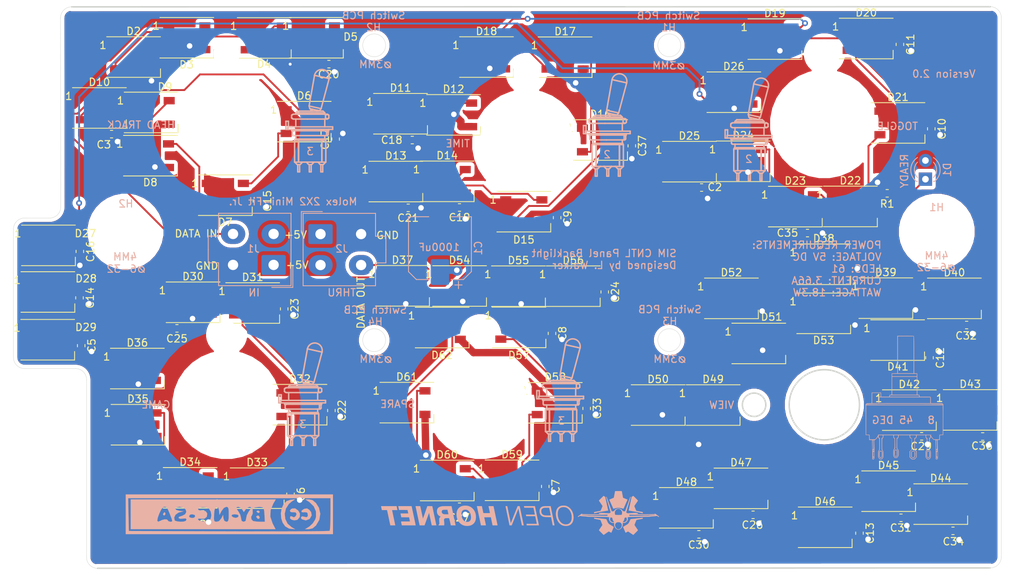
<source format=kicad_pcb>
(kicad_pcb (version 20171130) (host pcbnew "(5.1.6)-1")
  (layers (0 F.Cu signal) (31 B.Cu signal) (34 B.Paste user hide) (35 F.Paste user hide) (36 B.SilkS user) (37 F.SilkS user hide) (38 B.Mask user hide) (39 F.Mask user hide) (44 Edge.Cuts user hide))
  (net 0 "")
  (net 1 /LEDGND)
  (net 2 /LED+5V)
  (net 3 "Net-(D1-Pad1)")
  (net 4 "Net-(D2-Pad2)")
  (net 5 /DATAIN)
  (net 6 "Net-(D3-Pad2)")
  (net 7 "Net-(D4-Pad2)")
  (net 8 "Net-(D5-Pad2)")
  (net 9 "Net-(D6-Pad2)")
  (net 10 "Net-(D7-Pad2)")
  (net 11 "Net-(D8-Pad2)")
  (net 12 "Net-(D10-Pad4)")
  (net 13 "Net-(D10-Pad2)")
  (net 14 "Net-(D11-Pad2)")
  (net 15 "Net-(D12-Pad2)")
  (net 16 "Net-(D14-Pad2)")
  (net 17 "Net-(D15-Pad2)")
  (net 18 "Net-(D16-Pad2)")
  (net 19 "Net-(D17-Pad2)")
  (net 20 "Net-(D18-Pad2)")
  (net 21 "Net-(D19-Pad2)")
  (net 22 "Net-(D20-Pad2)")
  (net 23 "Net-(D21-Pad2)")
  (net 24 "Net-(D22-Pad2)")
  (net 25 "Net-(D23-Pad2)")
  (net 26 "Net-(D24-Pad2)")
  (net 27 "Net-(D26-Pad2)")
  (net 28 "Net-(D27-Pad2)")
  (net 29 "Net-(D28-Pad2)")
  (net 30 "Net-(D29-Pad2)")
  (net 31 "Net-(D30-Pad2)")
  (net 32 "Net-(D31-Pad2)")
  (net 33 "Net-(D32-Pad2)")
  (net 34 "Net-(D33-Pad2)")
  (net 35 "Net-(D34-Pad2)")
  (net 36 "Net-(D35-Pad2)")
  (net 37 "Net-(D36-Pad2)")
  (net 38 /DATAOUT)
  (net 39 "Net-(D38-Pad2)")
  (net 40 "Net-(D39-Pad2)")
  (net 41 "Net-(D40-Pad2)")
  (net 42 "Net-(D41-Pad2)")
  (net 43 "Net-(D42-Pad2)")
  (net 44 "Net-(D43-Pad2)")
  (net 45 "Net-(D44-Pad2)")
  (net 46 "Net-(D45-Pad2)")
  (net 47 "Net-(D46-Pad2)")
  (net 48 "Net-(D47-Pad2)")
  (net 49 "Net-(D48-Pad2)")
  (net 50 "Net-(D50-Pad2)")
  (net 51 "Net-(D51-Pad2)")
  (net 52 "Net-(D52-Pad2)")
  (net 53 "Net-(D53-Pad2)")
  (net 54 "Net-(D54-Pad2)")
  (net 55 "Net-(D55-Pad2)")
  (net 56 "Net-(D56-Pad2)")
  (net 57 "Net-(D57-Pad2)")
  (net 58 "Net-(D58-Pad2)")
  (net 59 "Net-(D59-Pad2)")
  (net 60 "Net-(D60-Pad2)")
  (net 61 "Net-(D61-Pad2)")
  (net 62 "Net-(D13-Pad2)")
  (net 63 "Net-(D25-Pad2)")
  (net 64 "Net-(D37-Pad2)")
  (net 65 "Net-(D49-Pad2)")
  (module "OH_Backlighting:A12505RNZQ - SWITCH, ROTARY, 45 DEG" (layer B.Cu) (at 201.9 105.775 180)
    (fp_text reference G*** hide)
    (fp_text value LOGO hide)
  )
  (module Capacitor_SMD:C_0603_1608Metric (layer F.Cu) (at 174.3825 77.29)
    (fp_text reference C2 (at 1.7866 -0.048) (layer F.SilkS))
    (fp_text value C)
    (pad 2 smd roundrect (at 0.7875 0) (size 0.875 0.95) (layers F.Cu F.Paste F.Mask) (net 1 /LEDGND))
    (pad 1 smd roundrect (at -0.7875 0) (size 0.875 0.95) (layers F.Cu F.Paste F.Mask) (net 2 /LED+5V))
  )
  (module LED_SMD:LED_WS2812B_PLCC4_5.0x5.0mm_P3.2mm (layer F.Cu) (at 97.3836 59.5884)
    (fp_text reference D2 (at 0 -3.5) (layer F.SilkS))
    (fp_text value WS2812B)
    (fp_text user 1 (at -4.15 -1.6) (layer F.SilkS))
    (pad 1 smd rect (at -2.45 -1.6) (size 1.5 1) (layers F.Cu F.Paste F.Mask) (net 2 /LED+5V))
    (pad 2 smd rect (at -2.45 1.6) (size 1.5 1) (layers F.Cu F.Paste F.Mask) (net 4 "Net-(D2-Pad2)"))
    (pad 4 smd rect (at 2.45 -1.6) (size 1.5 1) (layers F.Cu F.Paste F.Mask) (net 5 /DATAIN))
    (pad 3 smd rect (at 2.45 1.6) (size 1.5 1) (layers F.Cu F.Paste F.Mask) (net 1 /LEDGND))
  )
  (module LED_THT:LED_D3.0mm (layer B.Cu) (at 204.725 76.165 90)
    (fp_text reference D1 (at 1.27 2.96 90) (layer B.SilkS) (effects (justify mirror)))
    (fp_text value LED)
    (pad 2 thru_hole circle (at 2.54 0 90) (size 1.8 1.8) (drill 0.9) (layers *.Cu *.Mask) (net 2 /LED+5V))
    (pad 1 thru_hole rect (at 0 0 90) (size 1.8 1.8) (drill 0.9) (layers *.Cu *.Mask) (net 3 "Net-(D1-Pad1)"))
  )
  (module Capacitor_SMD:C_0603_1608Metric (layer F.Cu) (at 204.2125 111.05)
    (fp_text reference C29 (at -0.0625 1.35) (layer F.SilkS))
    (fp_text value C)
    (pad 2 smd roundrect (at 0.7875 0) (size 0.875 0.95) (layers F.Cu F.Paste F.Mask) (net 1 /LEDGND))
    (pad 1 smd roundrect (at -0.7875 0) (size 0.875 0.95) (layers F.Cu F.Paste F.Mask) (net 2 /LED+5V))
  )
  (module Capacitor_SMD:C_0603_1608Metric (layer F.Cu) (at 135.1625 70.85)
    (fp_text reference C18 (at -2.7875 0) (layer F.SilkS))
    (fp_text value C)
    (pad 2 smd roundrect (at 0.7875 0) (size 0.875 0.95) (layers F.Cu F.Paste F.Mask) (net 1 /LEDGND))
    (pad 1 smd roundrect (at -0.7875 0) (size 0.875 0.95) (layers F.Cu F.Paste F.Mask) (net 2 /LED+5V))
  )
  (module Capacitor_SMD:C_0603_1608Metric (layer F.Cu) (at 124.77 70.7175 90)
    (fp_text reference C17 (at 0 -1.43 90) (layer F.SilkS))
    (fp_text value C)
    (pad 2 smd roundrect (at 0.7875 0 90) (size 0.875 0.95) (layers F.Cu F.Paste F.Mask) (net 1 /LEDGND))
    (pad 1 smd roundrect (at -0.7875 0 90) (size 0.875 0.95) (layers F.Cu F.Paste F.Mask) (net 2 /LED+5V))
  )
  (module Capacitor_SMD:C_0603_1608Metric (layer F.Cu) (at 164.925 71.6375 270)
    (fp_text reference C37 (at 0 -1.43 90) (layer F.SilkS))
    (fp_text value C)
    (pad 2 smd roundrect (at 0.7875 0 270) (size 0.875 0.95) (layers F.Cu F.Paste F.Mask) (net 1 /LEDGND))
    (pad 1 smd roundrect (at -0.7875 0 270) (size 0.875 0.95) (layers F.Cu F.Paste F.Mask) (net 2 /LED+5V))
  )
  (module Capacitor_SMD:C_0603_1608Metric (layer F.Cu) (at 212.4875 111.075)
    (fp_text reference C36 (at -0.0875 1.275) (layer F.SilkS))
    (fp_text value C)
    (pad 2 smd roundrect (at 0.7875 0) (size 0.875 0.95) (layers F.Cu F.Paste F.Mask) (net 1 /LEDGND))
    (pad 1 smd roundrect (at -0.7875 0) (size 0.875 0.95) (layers F.Cu F.Paste F.Mask) (net 2 /LED+5V))
  )
  (module Capacitor_SMD:C_0603_1608Metric (layer F.Cu) (at 188.7375 83.475)
    (fp_text reference C35 (at -2.7125 -0.025) (layer F.SilkS))
    (fp_text value C)
    (pad 2 smd roundrect (at 0.7875 0) (size 0.875 0.95) (layers F.Cu F.Paste F.Mask) (net 1 /LEDGND))
    (pad 1 smd roundrect (at -0.7875 0) (size 0.875 0.95) (layers F.Cu F.Paste F.Mask) (net 2 /LED+5V))
  )
  (module Capacitor_SMD:C_0603_1608Metric (layer F.Cu) (at 208.4625 123.875)
    (fp_text reference C34 (at 0.0625 1.45) (layer F.SilkS))
    (fp_text value C)
    (pad 2 smd roundrect (at 0.7875 0) (size 0.875 0.95) (layers F.Cu F.Paste F.Mask) (net 1 /LEDGND))
    (pad 1 smd roundrect (at -0.7875 0) (size 0.875 0.95) (layers F.Cu F.Paste F.Mask) (net 2 /LED+5V))
  )
  (module Capacitor_SMD:C_0603_1608Metric (layer F.Cu) (at 158.8 107.2625 270)
    (fp_text reference C33 (at 0 -1.43 90) (layer F.SilkS))
    (fp_text value C)
    (pad 2 smd roundrect (at 0.7875 0 270) (size 0.875 0.95) (layers F.Cu F.Paste F.Mask) (net 1 /LEDGND))
    (pad 1 smd roundrect (at -0.7875 0 270) (size 0.875 0.95) (layers F.Cu F.Paste F.Mask) (net 2 /LED+5V))
  )
  (module Capacitor_SMD:C_0603_1608Metric (layer F.Cu) (at 210.3125 95.95)
    (fp_text reference C32 (at -0.0625 1.45) (layer F.SilkS))
    (fp_text value C)
    (pad 2 smd roundrect (at 0.7875 0) (size 0.875 0.95) (layers F.Cu F.Paste F.Mask) (net 1 /LEDGND))
    (pad 1 smd roundrect (at -0.7875 0) (size 0.875 0.95) (layers F.Cu F.Paste F.Mask) (net 2 /LED+5V))
  )
  (module Capacitor_SMD:C_0603_1608Metric (layer F.Cu) (at 201.4125 122.1)
    (fp_text reference C31 (at -0.0375 1.375) (layer F.SilkS))
    (fp_text value C)
    (pad 2 smd roundrect (at 0.7875 0) (size 0.875 0.95) (layers F.Cu F.Paste F.Mask) (net 1 /LEDGND))
    (pad 1 smd roundrect (at -0.7875 0) (size 0.875 0.95) (layers F.Cu F.Paste F.Mask) (net 2 /LED+5V))
  )
  (module Capacitor_SMD:C_0603_1608Metric (layer F.Cu) (at 174.0125 124.35)
    (fp_text reference C30 (at -0.0125 1.425) (layer F.SilkS))
    (fp_text value C)
    (pad 2 smd roundrect (at 0.7875 0) (size 0.875 0.95) (layers F.Cu F.Paste F.Mask) (net 1 /LEDGND))
    (pad 1 smd roundrect (at -0.7875 0) (size 0.875 0.95) (layers F.Cu F.Paste F.Mask) (net 2 /LED+5V))
  )
  (module Capacitor_SMD:C_0603_1608Metric (layer F.Cu) (at 106.75 121.65)
    (fp_text reference C28 (at 0 1.325) (layer F.SilkS))
    (fp_text value C)
    (pad 2 smd roundrect (at 0.7875 0) (size 0.875 0.95) (layers F.Cu F.Paste F.Mask) (net 1 /LEDGND))
    (pad 1 smd roundrect (at -0.7875 0) (size 0.875 0.95) (layers F.Cu F.Paste F.Mask) (net 2 /LED+5V))
  )
  (module Capacitor_SMD:C_0603_1608Metric (layer F.Cu) (at 141.5625 120.6)
    (fp_text reference C27 (at -0.0625 1.475) (layer F.SilkS))
    (fp_text value C)
    (pad 2 smd roundrect (at 0.7875 0) (size 0.875 0.95) (layers F.Cu F.Paste F.Mask) (net 1 /LEDGND))
    (pad 1 smd roundrect (at -0.7875 0) (size 0.875 0.95) (layers F.Cu F.Paste F.Mask) (net 2 /LED+5V))
  )
  (module Capacitor_SMD:C_0603_1608Metric (layer F.Cu) (at 181.3625 121.7)
    (fp_text reference C26 (at -0.0875 1.375) (layer F.SilkS))
    (fp_text value C)
    (pad 2 smd roundrect (at 0.7875 0) (size 0.875 0.95) (layers F.Cu F.Paste F.Mask) (net 1 /LEDGND))
    (pad 1 smd roundrect (at -0.7875 0) (size 0.875 0.95) (layers F.Cu F.Paste F.Mask) (net 2 /LED+5V))
  )
  (module Capacitor_SMD:C_0603_1608Metric (layer F.Cu) (at 103.2625 96.4)
    (fp_text reference C25 (at 0 1.4) (layer F.SilkS))
    (fp_text value C)
    (pad 2 smd roundrect (at 0.7875 0) (size 0.875 0.95) (layers F.Cu F.Paste F.Mask) (net 1 /LEDGND))
    (pad 1 smd roundrect (at -0.7875 0) (size 0.875 0.95) (layers F.Cu F.Paste F.Mask) (net 2 /LED+5V))
  )
  (module Capacitor_SMD:C_0603_1608Metric (layer F.Cu) (at 161.25 91.4625 270)
    (fp_text reference C24 (at 0 -1.43 90) (layer F.SilkS))
    (fp_text value C)
    (pad 2 smd roundrect (at 0.7875 0 270) (size 0.875 0.95) (layers F.Cu F.Paste F.Mask) (net 1 /LEDGND))
    (pad 1 smd roundrect (at -0.7875 0 270) (size 0.875 0.95) (layers F.Cu F.Paste F.Mask) (net 2 /LED+5V))
  )
  (module Capacitor_SMD:C_0603_1608Metric (layer F.Cu) (at 117.8 93.7625 270)
    (fp_text reference C23 (at 0 -1.43 90) (layer F.SilkS))
    (fp_text value C)
    (pad 2 smd roundrect (at 0.7875 0 270) (size 0.875 0.95) (layers F.Cu F.Paste F.Mask) (net 1 /LEDGND))
    (pad 1 smd roundrect (at -0.7875 0 270) (size 0.875 0.95) (layers F.Cu F.Paste F.Mask) (net 2 /LED+5V))
  )
  (module Capacitor_SMD:C_0603_1608Metric (layer F.Cu) (at 124.2 107.55 270)
    (fp_text reference C22 (at 0 -1.43 90) (layer F.SilkS))
    (fp_text value C)
    (pad 2 smd roundrect (at 0.7875 0 270) (size 0.875 0.95) (layers F.Cu F.Paste F.Mask) (net 1 /LEDGND))
    (pad 1 smd roundrect (at -0.7875 0 270) (size 0.875 0.95) (layers F.Cu F.Paste F.Mask) (net 2 /LED+5V))
  )
  (module Capacitor_SMD:C_0603_1608Metric (layer F.Cu) (at 134.6125 80.05)
    (fp_text reference C21 (at -0.0125 1.375) (layer F.SilkS))
    (fp_text value C)
    (pad 2 smd roundrect (at 0.7875 0) (size 0.875 0.95) (layers F.Cu F.Paste F.Mask) (net 1 /LEDGND))
    (pad 1 smd roundrect (at -0.7875 0) (size 0.875 0.95) (layers F.Cu F.Paste F.Mask) (net 2 /LED+5V))
  )
  (module Capacitor_SMD:C_0603_1608Metric (layer F.Cu) (at 123.8625 60.55)
    (fp_text reference C20 (at -0.0375 1.4) (layer F.SilkS))
    (fp_text value C)
    (pad 2 smd roundrect (at 0.7875 0) (size 0.875 0.95) (layers F.Cu F.Paste F.Mask) (net 1 /LEDGND))
    (pad 1 smd roundrect (at -0.7875 0) (size 0.875 0.95) (layers F.Cu F.Paste F.Mask) (net 2 /LED+5V))
  )
  (module Capacitor_SMD:C_0603_1608Metric (layer F.Cu) (at 141.5625 80)
    (fp_text reference C19 (at 0 1.35) (layer F.SilkS))
    (fp_text value C)
    (pad 2 smd roundrect (at 0.7875 0) (size 0.875 0.95) (layers F.Cu F.Paste F.Mask) (net 1 /LEDGND))
    (pad 1 smd roundrect (at -0.7875 0) (size 0.875 0.95) (layers F.Cu F.Paste F.Mask) (net 2 /LED+5V))
  )
  (module Capacitor_SMD:C_0603_1608Metric (layer F.Cu) (at 90.1 85.9625 270)
    (fp_text reference C16 (at 0 -1.43 90) (layer F.SilkS))
    (fp_text value C)
    (pad 2 smd roundrect (at 0.7875 0 270) (size 0.875 0.95) (layers F.Cu F.Paste F.Mask) (net 1 /LEDGND))
    (pad 1 smd roundrect (at -0.7875 0 270) (size 0.875 0.95) (layers F.Cu F.Paste F.Mask) (net 2 /LED+5V))
  )
  (module Capacitor_SMD:C_0603_1608Metric (layer F.Cu) (at 114.1 79.1125 270)
    (fp_text reference C15 (at 0 -1.43 90) (layer F.SilkS))
    (fp_text value C)
    (pad 2 smd roundrect (at 0.7875 0 270) (size 0.875 0.95) (layers F.Cu F.Paste F.Mask) (net 1 /LEDGND))
    (pad 1 smd roundrect (at -0.7875 0 270) (size 0.875 0.95) (layers F.Cu F.Paste F.Mask) (net 2 /LED+5V))
  )
  (module Capacitor_SMD:C_0603_1608Metric (layer F.Cu) (at 90.05 92.2625 270)
    (fp_text reference C14 (at 0 -1.43 90) (layer F.SilkS))
    (fp_text value C)
    (pad 2 smd roundrect (at 0.7875 0 270) (size 0.875 0.95) (layers F.Cu F.Paste F.Mask) (net 1 /LEDGND))
    (pad 1 smd roundrect (at -0.7875 0 270) (size 0.875 0.95) (layers F.Cu F.Paste F.Mask) (net 2 /LED+5V))
  )
  (module OH_Backlighting:OH_Panel_6-32_PHS (layer F.Cu) (at 96.280995 83.275097)
    (fp_text reference 7 hide)
    (fp_text value OH_Panel_Fastner_Keepout hide)
    (fp_text user 4MM (at -0.042935 3.410023 180) (layer B.SilkS) (effects (justify mirror)))
    (fp_text user H2 (at 0.058665 -3.785797) (layer B.SilkS) (effects (justify mirror)))
    (fp_text user ⌀6-32 (at 0.114545 5.058483) (layer B.SilkS) (effects (justify mirror)))
    (pad "" np_thru_hole circle (at 0 0) (size 4.3 4.3) (drill 4.3) (layers *.Cu *.Mask) (clearance 3))
  )
  (module OH_Backlighting:OH_Panel_6-32_PHS (layer F.Cu) (at 206.262994 83.275097)
    (fp_text reference 6 hide)
    (fp_text value OH_Panel_Fastner_Keepout hide)
    (fp_text user 4MM (at -0.020074 3.272863 180) (layer B.SilkS) (effects (justify mirror)))
    (fp_text user H1 (at -0.020074 -3.287957) (layer B.SilkS) (effects (justify mirror)))
    (fp_text user ⌀6-32 (at -0.058174 4.852743) (layer B.SilkS) (effects (justify mirror)))
    (pad "" np_thru_hole circle (at 0 0) (size 4.3 4.3) (drill 4.3) (layers *.Cu *.Mask) (clearance 3))
  )
  (module OH_Backlighting:100SPX_Toggle_13mm_x_18mm (layer F.Cu) (at 144.436009 106.770097 180)
    (fp_text reference 5 hide)
    (fp_text value 100SPX_Toggle_13mm_x_18mm hide)
    (pad "" np_thru_hole circle (at 0 0 180) (size 12.7 12.7) (drill 12.7) (layers *.Mask B.Cu) (clearance 3.65))
    (pad "" np_thru_hole circle (at 0 0 180) (size 12.7 12.7) (drill 12.7) (layers *.Mask F.Cu) (clearance 1))
    (pad "" np_thru_hole circle (at 0 9.525 180) (size 3.572 3.572) (drill 3.572) (layers *.Cu *.Mask) (clearance 1))
  )
  (module OH_Backlighting:100SPX_Toggle_13mm_x_18mm (layer F.Cu) (at 109.996995 106.770097 180)
    (fp_text reference 4 hide)
    (fp_text value 100SPX_Toggle_13mm_x_18mm hide)
    (pad "" np_thru_hole circle (at 0 0 180) (size 12.7 12.7) (drill 12.7) (layers *.Mask B.Cu) (clearance 3.65))
    (pad "" np_thru_hole circle (at 0 0 180) (size 12.7 12.7) (drill 12.7) (layers *.Mask F.Cu) (clearance 1))
    (pad "" np_thru_hole circle (at 0 9.525 180) (size 3.572 3.572) (drill 3.572) (layers *.Cu *.Mask) (clearance 1))
  )
  (module OH_Backlighting:100SPX_Toggle_13mm_x_18mm (layer F.Cu) (at 191.022995 68.670097 180)
    (fp_text reference 3 hide)
    (fp_text value 100SPX_Toggle_13mm_x_18mm hide)
    (pad "" np_thru_hole circle (at 0 0 180) (size 12.7 12.7) (drill 12.7) (layers *.Mask B.Cu) (clearance 3.65))
    (pad "" np_thru_hole circle (at 0 0 180) (size 12.7 12.7) (drill 12.7) (layers *.Mask F.Cu) (clearance 1))
    (pad "" np_thru_hole circle (at 0 9.525 180) (size 3.572 3.572) (drill 3.572) (layers *.Cu *.Mask) (clearance 1))
  )
  (module OH_Backlighting:100SPX_Toggle_13mm_x_18mm (layer F.Cu) (at 150.636995 71.337097 180)
    (fp_text reference 2 hide)
    (fp_text value 100SPX_Toggle_13mm_x_18mm hide)
    (pad "" np_thru_hole circle (at 0 0 180) (size 12.7 12.7) (drill 12.7) (layers *.Mask B.Cu) (clearance 3.65))
    (pad "" np_thru_hole circle (at 0 0 180) (size 12.7 12.7) (drill 12.7) (layers *.Mask F.Cu) (clearance 1))
    (pad "" np_thru_hole circle (at 0 9.525 180) (size 3.572 3.572) (drill 3.572) (layers *.Cu *.Mask) (clearance 1))
  )
  (module OH_Backlighting:100SPX_Toggle_13mm_x_18mm (layer F.Cu) (at 109.996995 68.670097 180)
    (fp_text reference 1 hide)
    (fp_text value 100SPX_Toggle_13mm_x_18mm hide)
    (pad "" np_thru_hole circle (at 0 0 180) (size 12.7 12.7) (drill 12.7) (layers *.Mask B.Cu) (clearance 3.65))
    (pad "" np_thru_hole circle (at 0 0 180) (size 12.7 12.7) (drill 12.7) (layers *.Mask F.Cu) (clearance 1))
    (pad "" np_thru_hole circle (at 0 9.525 180) (size 3.572 3.572) (drill 3.572) (layers *.Cu *.Mask) (clearance 1))
  )
  (module OH_General:CC-BY-NC-SA-Small (layer B.Cu) (at 110.45 121.625 180)
    (fp_text reference G*** hide)
    (fp_text value LOGO hide)
  )
  (module OH_General:OH_LOGO_37.7mm_5.9mm (layer B.Cu) (at 149.775 121.45 180)
    (fp_text reference G*** hide)
    (fp_text value LOGO hide)
  )
  (module Resistor_SMD:R_0603_1608Metric (layer F.Cu) (at 199.542 78.0796 180)
    (fp_text reference R1 (at 0 -1.43) (layer F.SilkS))
    (fp_text value R)
    (pad 2 smd roundrect (at 0.7875 0 180) (size 0.875 0.95) (layers F.Cu F.Paste F.Mask) (net 1 /LEDGND))
    (pad 1 smd roundrect (at -0.7875 0 180) (size 0.875 0.95) (layers F.Cu F.Paste F.Mask) (net 3 "Net-(D1-Pad1)"))
  )
  (module Connector_Molex:Molex_Mini-Fit_Jr_5566-04A_2x02_P4.20mm_Vertical (layer B.Cu) (at 122.725 83.6092 270)
    (fp_text reference J2 (at 1.9908 -2.875 180) (layer B.SilkS) (effects (justify mirror)))
    (fp_text value Conn_01x04_Female)
    (pad 4 thru_hole oval (at 4.2 -5.5 270) (size 2.7 3.3) (drill 1.4) (layers *.Cu *.Mask) (net 38 /DATAOUT))
    (pad 3 thru_hole oval (at 0 -5.5 270) (size 2.7 3.3) (drill 1.4) (layers *.Cu *.Mask) (net 1 /LEDGND))
    (pad 2 thru_hole oval (at 4.2 0 270) (size 2.7 3.3) (drill 1.4) (layers *.Cu *.Mask) (net 2 /LED+5V))
    (pad 1 thru_hole roundrect (at 0 0 270) (size 2.7 3.3) (drill 1.4) (layers *.Cu *.Mask) (roundrect_rratio 0.09259299999999999) (net 2 /LED+5V))
  )
  (module Connector_Molex:Molex_Mini-Fit_Jr_5566-04A_2x02_P4.20mm_Vertical (layer B.Cu) (at 116.365 87.7926 90)
    (fp_text reference J1 (at 2.1926 -2.765 180) (layer B.SilkS) (effects (justify mirror)))
    (fp_text value Conn_01x04_Female)
    (pad 4 thru_hole oval (at 4.2 -5.5 90) (size 2.7 3.3) (drill 1.4) (layers *.Cu *.Mask) (net 5 /DATAIN))
    (pad 3 thru_hole oval (at 0 -5.5 90) (size 2.7 3.3) (drill 1.4) (layers *.Cu *.Mask) (net 1 /LEDGND))
    (pad 2 thru_hole oval (at 4.2 0 90) (size 2.7 3.3) (drill 1.4) (layers *.Cu *.Mask) (net 2 /LED+5V))
    (pad 1 thru_hole roundrect (at 0 0 90) (size 2.7 3.3) (drill 1.4) (layers *.Cu *.Mask) (roundrect_rratio 0.09259299999999999) (net 2 /LED+5V))
  )
  (module Capacitor_SMD:C_0603_1608Metric (layer F.Cu) (at 195.783 124.191 270)
    (fp_text reference C13 (at 0 -1.43 90) (layer F.SilkS))
    (fp_text value C)
    (pad 2 smd roundrect (at 0.7875 0 270) (size 0.875 0.95) (layers F.Cu F.Paste F.Mask) (net 1 /LEDGND))
    (pad 1 smd roundrect (at -0.7875 0 270) (size 0.875 0.95) (layers F.Cu F.Paste F.Mask) (net 2 /LED+5V))
  )
  (module Capacitor_SMD:C_0603_1608Metric (layer F.Cu) (at 205.275 100.3875 90)
    (fp_text reference C12 (at -0.0125 1.45 90) (layer F.SilkS))
    (fp_text value C)
    (pad 2 smd roundrect (at 0.7875 0 90) (size 0.875 0.95) (layers F.Cu F.Paste F.Mask) (net 1 /LEDGND))
    (pad 1 smd roundrect (at -0.7875 0 90) (size 0.875 0.95) (layers F.Cu F.Paste F.Mask) (net 2 /LED+5V))
  )
  (module Capacitor_SMD:C_0603_1608Metric (layer F.Cu) (at 201.267 57.8763 270)
    (fp_text reference C11 (at 0 -1.43 90) (layer F.SilkS))
    (fp_text value C)
    (pad 2 smd roundrect (at 0.7875 0 270) (size 0.875 0.95) (layers F.Cu F.Paste F.Mask) (net 1 /LEDGND))
    (pad 1 smd roundrect (at -0.7875 0 270) (size 0.875 0.95) (layers F.Cu F.Paste F.Mask) (net 2 /LED+5V))
  )
  (module Capacitor_SMD:C_0603_1608Metric (layer F.Cu) (at 205.519 69.3292 270)
    (fp_text reference C10 (at 0 -1.43 90) (layer F.SilkS))
    (fp_text value C)
    (pad 2 smd roundrect (at 0.7875 0 270) (size 0.875 0.95) (layers F.Cu F.Paste F.Mask) (net 1 /LEDGND))
    (pad 1 smd roundrect (at -0.7875 0 270) (size 0.875 0.95) (layers F.Cu F.Paste F.Mask) (net 2 /LED+5V))
  )
  (module Capacitor_SMD:C_0603_1608Metric (layer F.Cu) (at 154.795 81.379 270)
    (fp_text reference C9 (at 0 -1.43 90) (layer F.SilkS))
    (fp_text value C)
    (pad 2 smd roundrect (at 0.7875 0 270) (size 0.875 0.95) (layers F.Cu F.Paste F.Mask) (net 1 /LEDGND))
    (pad 1 smd roundrect (at -0.7875 0 270) (size 0.875 0.95) (layers F.Cu F.Paste F.Mask) (net 2 /LED+5V))
  )
  (module Capacitor_SMD:C_0603_1608Metric (layer F.Cu) (at 154.104 97.084 270)
    (fp_text reference C8 (at 0 -1.43 90) (layer F.SilkS))
    (fp_text value C)
    (pad 2 smd roundrect (at 0.7875 0 270) (size 0.875 0.95) (layers F.Cu F.Paste F.Mask) (net 1 /LEDGND))
    (pad 1 smd roundrect (at -0.7875 0 270) (size 0.875 0.95) (layers F.Cu F.Paste F.Mask) (net 2 /LED+5V))
  )
  (module Capacitor_SMD:C_0603_1608Metric (layer F.Cu) (at 153.19 117.848 270)
    (fp_text reference C7 (at 0 -1.43 90) (layer F.SilkS))
    (fp_text value C)
    (pad 2 smd roundrect (at 0.7875 0 270) (size 0.875 0.95) (layers F.Cu F.Paste F.Mask) (net 1 /LEDGND))
    (pad 1 smd roundrect (at -0.7875 0 270) (size 0.875 0.95) (layers F.Cu F.Paste F.Mask) (net 2 /LED+5V))
  )
  (module Capacitor_SMD:C_0603_1608Metric (layer F.Cu) (at 118.656 118.895 270)
    (fp_text reference C6 (at 0 -1.43 90) (layer F.SilkS))
    (fp_text value C)
    (pad 2 smd roundrect (at 0.7875 0 270) (size 0.875 0.95) (layers F.Cu F.Paste F.Mask) (net 1 /LEDGND))
    (pad 1 smd roundrect (at -0.7875 0 270) (size 0.875 0.95) (layers F.Cu F.Paste F.Mask) (net 2 /LED+5V))
  )
  (module Capacitor_SMD:C_0603_1608Metric (layer F.Cu) (at 90.2792 98.7501 270)
    (fp_text reference C5 (at 0 -1.43 90) (layer F.SilkS))
    (fp_text value C)
    (pad 2 smd roundrect (at 0.7875 0 270) (size 0.875 0.95) (layers F.Cu F.Paste F.Mask) (net 1 /LEDGND))
    (pad 1 smd roundrect (at -0.7875 0 270) (size 0.875 0.95) (layers F.Cu F.Paste F.Mask) (net 2 /LED+5V))
  )
  (module Capacitor_SMD:C_0603_1608Metric (layer F.Cu) (at 94.4 70.05)
    (fp_text reference C3 (at -1.05 1.425) (layer F.SilkS))
    (fp_text value C)
    (pad 2 smd roundrect (at 0.7875 0) (size 0.875 0.95) (layers F.Cu F.Paste F.Mask) (net 1 /LEDGND))
    (pad 1 smd roundrect (at -0.7875 0) (size 0.875 0.95) (layers F.Cu F.Paste F.Mask) (net 2 /LED+5V))
  )
  (module "Kicad Footprint Files:100SpxToggle" (layer F.Cu) (at 181.381 70.739)
    (fp_text reference G3 hide)
    (fp_text value LOGO hide)
  )
  (module "Kicad Footprint Files:100SpxToggle" (layer F.Cu) (at 155.854 106.121)
    (fp_text reference G5 hide)
    (fp_text value LOGO hide)
  )
  (module "Kicad Footprint Files:100SpxToggle" (layer F.Cu) (at 120.879 106.68)
    (fp_text reference G4 hide)
    (fp_text value LOGO hide)
  )
  (module "Kicad Footprint Files:100SpxToggle" (layer F.Cu) (at 162.179 70.1548)
    (fp_text reference G2 hide)
    (fp_text value LOGO hide)
  )
  (module "Kicad Footprint Files:100SpxToggle" (layer F.Cu) (at 121.844 69.5706)
    (fp_text reference G1 hide)
    (fp_text value LOGO hide)
  )
  (module LED_SMD:LED_WS2812B_PLCC4_5.0x5.0mm_P3.2mm (layer F.Cu) (at 139.217 96.2914)
    (fp_text reference D62 (at -0.025 3.7592) (layer F.SilkS))
    (fp_text value WS2812B)
    (fp_text user 1 (at -4.15 -1.6) (layer F.SilkS))
    (pad 1 smd rect (at -2.45 -1.6) (size 1.5 1) (layers F.Cu F.Paste F.Mask) (net 2 /LED+5V))
    (pad 2 smd rect (at -2.45 1.6) (size 1.5 1) (layers F.Cu F.Paste F.Mask) (net 38 /DATAOUT))
    (pad 4 smd rect (at 2.45 -1.6) (size 1.5 1) (layers F.Cu F.Paste F.Mask) (net 61 "Net-(D61-Pad2)"))
    (pad 3 smd rect (at 2.45 1.6) (size 1.5 1) (layers F.Cu F.Paste F.Mask) (net 1 /LEDGND))
  )
  (module LED_SMD:LED_WS2812B_PLCC4_5.0x5.0mm_P3.2mm (layer F.Cu) (at 134.431 106.477)
    (fp_text reference D61 (at 0 -3.5) (layer F.SilkS))
    (fp_text value WS2812B)
    (fp_text user 1 (at -4.15 -1.6) (layer F.SilkS))
    (pad 1 smd rect (at -2.45 -1.6) (size 1.5 1) (layers F.Cu F.Paste F.Mask) (net 2 /LED+5V))
    (pad 2 smd rect (at -2.45 1.6) (size 1.5 1) (layers F.Cu F.Paste F.Mask) (net 61 "Net-(D61-Pad2)"))
    (pad 4 smd rect (at 2.45 -1.6) (size 1.5 1) (layers F.Cu F.Paste F.Mask) (net 60 "Net-(D60-Pad2)"))
    (pad 3 smd rect (at 2.45 1.6) (size 1.5 1) (layers F.Cu F.Paste F.Mask) (net 1 /LEDGND))
  )
  (module LED_SMD:LED_WS2812B_PLCC4_5.0x5.0mm_P3.2mm (layer F.Cu) (at 139.892 117.043)
    (fp_text reference D60 (at 0 -3.5) (layer F.SilkS))
    (fp_text value WS2812B)
    (fp_text user 1 (at -4.15 -1.6) (layer F.SilkS))
    (pad 1 smd rect (at -2.45 -1.6) (size 1.5 1) (layers F.Cu F.Paste F.Mask) (net 2 /LED+5V))
    (pad 2 smd rect (at -2.45 1.6) (size 1.5 1) (layers F.Cu F.Paste F.Mask) (net 60 "Net-(D60-Pad2)"))
    (pad 4 smd rect (at 2.45 -1.6) (size 1.5 1) (layers F.Cu F.Paste F.Mask) (net 59 "Net-(D59-Pad2)"))
    (pad 3 smd rect (at 2.45 1.6) (size 1.5 1) (layers F.Cu F.Paste F.Mask) (net 1 /LEDGND))
  )
  (module LED_SMD:LED_WS2812B_PLCC4_5.0x5.0mm_P3.2mm (layer F.Cu) (at 148.692 117.018)
    (fp_text reference D59 (at 0 -3.5) (layer F.SilkS))
    (fp_text value WS2812B)
    (fp_text user 1 (at -4.15 -1.6) (layer F.SilkS))
    (pad 1 smd rect (at -2.45 -1.6) (size 1.5 1) (layers F.Cu F.Paste F.Mask) (net 2 /LED+5V))
    (pad 2 smd rect (at -2.45 1.6) (size 1.5 1) (layers F.Cu F.Paste F.Mask) (net 59 "Net-(D59-Pad2)"))
    (pad 4 smd rect (at 2.45 -1.6) (size 1.5 1) (layers F.Cu F.Paste F.Mask) (net 58 "Net-(D58-Pad2)"))
    (pad 3 smd rect (at 2.45 1.6) (size 1.5 1) (layers F.Cu F.Paste F.Mask) (net 1 /LEDGND))
  )
  (module LED_SMD:LED_WS2812B_PLCC4_5.0x5.0mm_P3.2mm (layer F.Cu) (at 154.547 106.502)
    (fp_text reference D58 (at 0 -3.5) (layer F.SilkS))
    (fp_text value WS2812B)
    (fp_text user 1 (at -4.15 -1.6) (layer F.SilkS))
    (pad 1 smd rect (at -2.45 -1.6) (size 1.5 1) (layers F.Cu F.Paste F.Mask) (net 2 /LED+5V))
    (pad 2 smd rect (at -2.45 1.6) (size 1.5 1) (layers F.Cu F.Paste F.Mask) (net 58 "Net-(D58-Pad2)"))
    (pad 4 smd rect (at 2.45 -1.6) (size 1.5 1) (layers F.Cu F.Paste F.Mask) (net 57 "Net-(D57-Pad2)"))
    (pad 3 smd rect (at 2.45 1.6) (size 1.5 1) (layers F.Cu F.Paste F.Mask) (net 1 /LEDGND))
  )
  (module LED_SMD:LED_WS2812B_PLCC4_5.0x5.0mm_P3.2mm (layer F.Cu) (at 149.62 96.2658)
    (fp_text reference D57 (at -0.014 3.7848) (layer F.SilkS))
    (fp_text value WS2812B)
    (fp_text user 1 (at -4.15 -1.6) (layer F.SilkS))
    (pad 1 smd rect (at -2.45 -1.6) (size 1.5 1) (layers F.Cu F.Paste F.Mask) (net 2 /LED+5V))
    (pad 2 smd rect (at -2.45 1.6) (size 1.5 1) (layers F.Cu F.Paste F.Mask) (net 57 "Net-(D57-Pad2)"))
    (pad 4 smd rect (at 2.45 -1.6) (size 1.5 1) (layers F.Cu F.Paste F.Mask) (net 56 "Net-(D56-Pad2)"))
    (pad 3 smd rect (at 2.45 1.6) (size 1.5 1) (layers F.Cu F.Paste F.Mask) (net 1 /LEDGND))
  )
  (module LED_SMD:LED_WS2812B_PLCC4_5.0x5.0mm_P3.2mm (layer F.Cu) (at 156.986 90.6778)
    (fp_text reference D56 (at 0 -3.5) (layer F.SilkS))
    (fp_text value WS2812B)
    (fp_text user 1 (at -4.15 -1.6) (layer F.SilkS))
    (pad 1 smd rect (at -2.45 -1.6) (size 1.5 1) (layers F.Cu F.Paste F.Mask) (net 2 /LED+5V))
    (pad 2 smd rect (at -2.45 1.6) (size 1.5 1) (layers F.Cu F.Paste F.Mask) (net 56 "Net-(D56-Pad2)"))
    (pad 4 smd rect (at 2.45 -1.6) (size 1.5 1) (layers F.Cu F.Paste F.Mask) (net 55 "Net-(D55-Pad2)"))
    (pad 3 smd rect (at 2.45 1.6) (size 1.5 1) (layers F.Cu F.Paste F.Mask) (net 1 /LEDGND))
  )
  (module LED_SMD:LED_WS2812B_PLCC4_5.0x5.0mm_P3.2mm (layer F.Cu) (at 149.555 90.678)
    (fp_text reference D55 (at 0 -3.5) (layer F.SilkS))
    (fp_text value WS2812B)
    (fp_text user 1 (at -4.15 -1.6) (layer F.SilkS))
    (pad 1 smd rect (at -2.45 -1.6) (size 1.5 1) (layers F.Cu F.Paste F.Mask) (net 2 /LED+5V))
    (pad 2 smd rect (at -2.45 1.6) (size 1.5 1) (layers F.Cu F.Paste F.Mask) (net 55 "Net-(D55-Pad2)"))
    (pad 4 smd rect (at 2.45 -1.6) (size 1.5 1) (layers F.Cu F.Paste F.Mask) (net 54 "Net-(D54-Pad2)"))
    (pad 3 smd rect (at 2.45 1.6) (size 1.5 1) (layers F.Cu F.Paste F.Mask) (net 1 /LEDGND))
  )
  (module LED_SMD:LED_WS2812B_PLCC4_5.0x5.0mm_P3.2mm (layer F.Cu) (at 141.568 90.6528)
    (fp_text reference D54 (at 0 -3.5) (layer F.SilkS))
    (fp_text value WS2812B)
    (fp_text user 1 (at -4.15 -1.6) (layer F.SilkS))
    (pad 1 smd rect (at -2.45 -1.6) (size 1.5 1) (layers F.Cu F.Paste F.Mask) (net 2 /LED+5V))
    (pad 2 smd rect (at -2.45 1.6) (size 1.5 1) (layers F.Cu F.Paste F.Mask) (net 54 "Net-(D54-Pad2)"))
    (pad 4 smd rect (at 2.45 -1.6) (size 1.5 1) (layers F.Cu F.Paste F.Mask) (net 53 "Net-(D53-Pad2)"))
    (pad 3 smd rect (at 2.45 1.6) (size 1.5 1) (layers F.Cu F.Paste F.Mask) (net 1 /LEDGND))
  )
  (module LED_SMD:LED_WS2812B_PLCC4_5.0x5.0mm_P3.2mm (layer F.Cu) (at 190.932 94.361)
    (fp_text reference D53 (at -0.0002 3.6576) (layer F.SilkS))
    (fp_text value WS2812B)
    (fp_text user 1 (at -4.15 -1.6) (layer F.SilkS))
    (pad 1 smd rect (at -2.45 -1.6) (size 1.5 1) (layers F.Cu F.Paste F.Mask) (net 2 /LED+5V))
    (pad 2 smd rect (at -2.45 1.6) (size 1.5 1) (layers F.Cu F.Paste F.Mask) (net 53 "Net-(D53-Pad2)"))
    (pad 4 smd rect (at 2.45 -1.6) (size 1.5 1) (layers F.Cu F.Paste F.Mask) (net 52 "Net-(D52-Pad2)"))
    (pad 3 smd rect (at 2.45 1.6) (size 1.5 1) (layers F.Cu F.Paste F.Mask) (net 1 /LEDGND))
  )
  (module LED_SMD:LED_WS2812B_PLCC4_5.0x5.0mm_P3.2mm (layer F.Cu) (at 178.423 92.3288)
    (fp_text reference D52 (at 0 -3.5) (layer F.SilkS))
    (fp_text value WS2812B)
    (fp_text user 1 (at -4.15 -1.6) (layer F.SilkS))
    (pad 1 smd rect (at -2.45 -1.6) (size 1.5 1) (layers F.Cu F.Paste F.Mask) (net 2 /LED+5V))
    (pad 2 smd rect (at -2.45 1.6) (size 1.5 1) (layers F.Cu F.Paste F.Mask) (net 52 "Net-(D52-Pad2)"))
    (pad 4 smd rect (at 2.45 -1.6) (size 1.5 1) (layers F.Cu F.Paste F.Mask) (net 51 "Net-(D51-Pad2)"))
    (pad 3 smd rect (at 2.45 1.6) (size 1.5 1) (layers F.Cu F.Paste F.Mask) (net 1 /LEDGND))
  )
  (module LED_SMD:LED_WS2812B_PLCC4_5.0x5.0mm_P3.2mm (layer F.Cu) (at 182.132 98.4502)
    (fp_text reference D51 (at 1.7386 -3.6066) (layer F.SilkS))
    (fp_text value WS2812B)
    (fp_text user 1 (at -4.15 -1.6) (layer F.SilkS))
    (pad 1 smd rect (at -2.45 -1.6) (size 1.5 1) (layers F.Cu F.Paste F.Mask) (net 2 /LED+5V))
    (pad 2 smd rect (at -2.45 1.6) (size 1.5 1) (layers F.Cu F.Paste F.Mask) (net 51 "Net-(D51-Pad2)"))
    (pad 4 smd rect (at 2.45 -1.6) (size 1.5 1) (layers F.Cu F.Paste F.Mask) (net 50 "Net-(D50-Pad2)"))
    (pad 3 smd rect (at 2.45 1.6) (size 1.5 1) (layers F.Cu F.Paste F.Mask) (net 1 /LEDGND))
  )
  (module LED_SMD:LED_WS2812B_PLCC4_5.0x5.0mm_P3.2mm (layer F.Cu) (at 168.492 106.807)
    (fp_text reference D50 (at 0 -3.5) (layer F.SilkS))
    (fp_text value WS2812B)
    (fp_text user 1 (at -4.15 -1.6) (layer F.SilkS))
    (pad 1 smd rect (at -2.45 -1.6) (size 1.5 1) (layers F.Cu F.Paste F.Mask) (net 2 /LED+5V))
    (pad 2 smd rect (at -2.45 1.6) (size 1.5 1) (layers F.Cu F.Paste F.Mask) (net 50 "Net-(D50-Pad2)"))
    (pad 4 smd rect (at 2.45 -1.6) (size 1.5 1) (layers F.Cu F.Paste F.Mask) (net 65 "Net-(D49-Pad2)"))
    (pad 3 smd rect (at 2.45 1.6) (size 1.5 1) (layers F.Cu F.Paste F.Mask) (net 1 /LEDGND))
  )
  (module LED_SMD:LED_WS2812B_PLCC4_5.0x5.0mm_P3.2mm (layer F.Cu) (at 175.946 106.807)
    (fp_text reference D49 (at 0 -3.5) (layer F.SilkS))
    (fp_text value WS2812B)
    (fp_text user 1 (at -4.15 -1.6) (layer F.SilkS))
    (pad 1 smd rect (at -2.45 -1.6) (size 1.5 1) (layers F.Cu F.Paste F.Mask) (net 2 /LED+5V))
    (pad 2 smd rect (at -2.45 1.6) (size 1.5 1) (layers F.Cu F.Paste F.Mask) (net 65 "Net-(D49-Pad2)"))
    (pad 4 smd rect (at 2.45 -1.6) (size 1.5 1) (layers F.Cu F.Paste F.Mask) (net 49 "Net-(D48-Pad2)"))
    (pad 3 smd rect (at 2.45 1.6) (size 1.5 1) (layers F.Cu F.Paste F.Mask) (net 1 /LEDGND))
  )
  (module LED_SMD:LED_WS2812B_PLCC4_5.0x5.0mm_P3.2mm (layer F.Cu) (at 172.314 120.752)
    (fp_text reference D48 (at 0 -3.5) (layer F.SilkS))
    (fp_text value WS2812B)
    (fp_text user 1 (at -4.15 -1.6) (layer F.SilkS))
    (pad 1 smd rect (at -2.45 -1.6) (size 1.5 1) (layers F.Cu F.Paste F.Mask) (net 2 /LED+5V))
    (pad 2 smd rect (at -2.45 1.6) (size 1.5 1) (layers F.Cu F.Paste F.Mask) (net 49 "Net-(D48-Pad2)"))
    (pad 4 smd rect (at 2.45 -1.6) (size 1.5 1) (layers F.Cu F.Paste F.Mask) (net 48 "Net-(D47-Pad2)"))
    (pad 3 smd rect (at 2.45 1.6) (size 1.5 1) (layers F.Cu F.Paste F.Mask) (net 1 /LEDGND))
  )
  (module LED_SMD:LED_WS2812B_PLCC4_5.0x5.0mm_P3.2mm (layer F.Cu) (at 179.719 118.11)
    (fp_text reference D47 (at 0 -3.5) (layer F.SilkS))
    (fp_text value WS2812B)
    (fp_text user 1 (at -4.15 -1.6) (layer F.SilkS))
    (pad 1 smd rect (at -2.45 -1.6) (size 1.5 1) (layers F.Cu F.Paste F.Mask) (net 2 /LED+5V))
    (pad 2 smd rect (at -2.45 1.6) (size 1.5 1) (layers F.Cu F.Paste F.Mask) (net 48 "Net-(D47-Pad2)"))
    (pad 4 smd rect (at 2.45 -1.6) (size 1.5 1) (layers F.Cu F.Paste F.Mask) (net 47 "Net-(D46-Pad2)"))
    (pad 3 smd rect (at 2.45 1.6) (size 1.5 1) (layers F.Cu F.Paste F.Mask) (net 1 /LEDGND))
  )
  (module LED_SMD:LED_WS2812B_PLCC4_5.0x5.0mm_P3.2mm (layer F.Cu) (at 191.135 123.393)
    (fp_text reference D46 (at 0 -3.5) (layer F.SilkS))
    (fp_text value WS2812B)
    (fp_text user 1 (at -4.15 -1.6) (layer F.SilkS))
    (pad 1 smd rect (at -2.45 -1.6) (size 1.5 1) (layers F.Cu F.Paste F.Mask) (net 2 /LED+5V))
    (pad 2 smd rect (at -2.45 1.6) (size 1.5 1) (layers F.Cu F.Paste F.Mask) (net 47 "Net-(D46-Pad2)"))
    (pad 4 smd rect (at 2.45 -1.6) (size 1.5 1) (layers F.Cu F.Paste F.Mask) (net 46 "Net-(D45-Pad2)"))
    (pad 3 smd rect (at 2.45 1.6) (size 1.5 1) (layers F.Cu F.Paste F.Mask) (net 1 /LEDGND))
  )
  (module LED_SMD:LED_WS2812B_PLCC4_5.0x5.0mm_P3.2mm (layer F.Cu) (at 199.734 118.491)
    (fp_text reference D45 (at 0 -3.5) (layer F.SilkS))
    (fp_text value WS2812B)
    (fp_text user 1 (at -4.15 -1.6) (layer F.SilkS))
    (pad 1 smd rect (at -2.45 -1.6) (size 1.5 1) (layers F.Cu F.Paste F.Mask) (net 2 /LED+5V))
    (pad 2 smd rect (at -2.45 1.6) (size 1.5 1) (layers F.Cu F.Paste F.Mask) (net 46 "Net-(D45-Pad2)"))
    (pad 4 smd rect (at 2.45 -1.6) (size 1.5 1) (layers F.Cu F.Paste F.Mask) (net 45 "Net-(D44-Pad2)"))
    (pad 3 smd rect (at 2.45 1.6) (size 1.5 1) (layers F.Cu F.Paste F.Mask) (net 1 /LEDGND))
  )
  (module LED_SMD:LED_WS2812B_PLCC4_5.0x5.0mm_P3.2mm (layer F.Cu) (at 206.795 120.243)
    (fp_text reference D44 (at 0 -3.5) (layer F.SilkS))
    (fp_text value WS2812B)
    (fp_text user 1 (at -4.15 -1.6) (layer F.SilkS))
    (pad 1 smd rect (at -2.45 -1.6) (size 1.5 1) (layers F.Cu F.Paste F.Mask) (net 2 /LED+5V))
    (pad 2 smd rect (at -2.45 1.6) (size 1.5 1) (layers F.Cu F.Paste F.Mask) (net 45 "Net-(D44-Pad2)"))
    (pad 4 smd rect (at 2.45 -1.6) (size 1.5 1) (layers F.Cu F.Paste F.Mask) (net 44 "Net-(D43-Pad2)"))
    (pad 3 smd rect (at 2.45 1.6) (size 1.5 1) (layers F.Cu F.Paste F.Mask) (net 1 /LEDGND))
  )
  (module LED_SMD:LED_WS2812B_PLCC4_5.0x5.0mm_P3.2mm (layer F.Cu) (at 210.795 107.467)
    (fp_text reference D43 (at 0 -3.5) (layer F.SilkS))
    (fp_text value WS2812B)
    (fp_text user 1 (at -4.15 -1.6) (layer F.SilkS))
    (pad 1 smd rect (at -2.45 -1.6) (size 1.5 1) (layers F.Cu F.Paste F.Mask) (net 2 /LED+5V))
    (pad 2 smd rect (at -2.45 1.6) (size 1.5 1) (layers F.Cu F.Paste F.Mask) (net 44 "Net-(D43-Pad2)"))
    (pad 4 smd rect (at 2.45 -1.6) (size 1.5 1) (layers F.Cu F.Paste F.Mask) (net 43 "Net-(D42-Pad2)"))
    (pad 3 smd rect (at 2.45 1.6) (size 1.5 1) (layers F.Cu F.Paste F.Mask) (net 1 /LEDGND))
  )
  (module LED_SMD:LED_WS2812B_PLCC4_5.0x5.0mm_P3.2mm (layer F.Cu) (at 202.54 107.493)
    (fp_text reference D42 (at 0 -3.5) (layer F.SilkS))
    (fp_text value WS2812B)
    (fp_text user 1 (at -4.15 -1.6) (layer F.SilkS))
    (pad 1 smd rect (at -2.45 -1.6) (size 1.5 1) (layers F.Cu F.Paste F.Mask) (net 2 /LED+5V))
    (pad 2 smd rect (at -2.45 1.6) (size 1.5 1) (layers F.Cu F.Paste F.Mask) (net 43 "Net-(D42-Pad2)"))
    (pad 4 smd rect (at 2.45 -1.6) (size 1.5 1) (layers F.Cu F.Paste F.Mask) (net 42 "Net-(D41-Pad2)"))
    (pad 3 smd rect (at 2.45 1.6) (size 1.5 1) (layers F.Cu F.Paste F.Mask) (net 1 /LEDGND))
  )
  (module LED_SMD:LED_WS2812B_PLCC4_5.0x5.0mm_P3.2mm (layer F.Cu) (at 200.953 97.993)
    (fp_text reference D41 (at 0.0372 3.607) (layer F.SilkS))
    (fp_text value WS2812B)
    (fp_text user 1 (at -4.15 -1.6) (layer F.SilkS))
    (pad 1 smd rect (at -2.45 -1.6) (size 1.5 1) (layers F.Cu F.Paste F.Mask) (net 2 /LED+5V))
    (pad 2 smd rect (at -2.45 1.6) (size 1.5 1) (layers F.Cu F.Paste F.Mask) (net 42 "Net-(D41-Pad2)"))
    (pad 4 smd rect (at 2.45 -1.6) (size 1.5 1) (layers F.Cu F.Paste F.Mask) (net 41 "Net-(D40-Pad2)"))
    (pad 3 smd rect (at 2.45 1.6) (size 1.5 1) (layers F.Cu F.Paste F.Mask) (net 1 /LEDGND))
  )
  (module LED_SMD:LED_WS2812B_PLCC4_5.0x5.0mm_P3.2mm (layer F.Cu) (at 208.649 92.3292)
    (fp_text reference D40 (at 0 -3.5) (layer F.SilkS))
    (fp_text value WS2812B)
    (fp_text user 1 (at -4.15 -1.6) (layer F.SilkS))
    (pad 1 smd rect (at -2.45 -1.6) (size 1.5 1) (layers F.Cu F.Paste F.Mask) (net 2 /LED+5V))
    (pad 2 smd rect (at -2.45 1.6) (size 1.5 1) (layers F.Cu F.Paste F.Mask) (net 41 "Net-(D40-Pad2)"))
    (pad 4 smd rect (at 2.45 -1.6) (size 1.5 1) (layers F.Cu F.Paste F.Mask) (net 40 "Net-(D39-Pad2)"))
    (pad 3 smd rect (at 2.45 1.6) (size 1.5 1) (layers F.Cu F.Paste F.Mask) (net 1 /LEDGND))
  )
  (module LED_SMD:LED_WS2812B_PLCC4_5.0x5.0mm_P3.2mm (layer F.Cu) (at 199.353 92.3034)
    (fp_text reference D39 (at 0 -3.5) (layer F.SilkS))
    (fp_text value WS2812B)
    (fp_text user 1 (at -4.15 -1.6) (layer F.SilkS))
    (pad 1 smd rect (at -2.45 -1.6) (size 1.5 1) (layers F.Cu F.Paste F.Mask) (net 2 /LED+5V))
    (pad 2 smd rect (at -2.45 1.6) (size 1.5 1) (layers F.Cu F.Paste F.Mask) (net 40 "Net-(D39-Pad2)"))
    (pad 4 smd rect (at 2.45 -1.6) (size 1.5 1) (layers F.Cu F.Paste F.Mask) (net 39 "Net-(D38-Pad2)"))
    (pad 3 smd rect (at 2.45 1.6) (size 1.5 1) (layers F.Cu F.Paste F.Mask) (net 1 /LEDGND))
  )
  (module LED_SMD:LED_WS2812B_PLCC4_5.0x5.0mm_P3.2mm (layer F.Cu) (at 190.943 87.706)
    (fp_text reference D38 (at 0 -3.5) (layer F.SilkS))
    (fp_text value WS2812B)
    (fp_text user 1 (at -4.15 -1.6) (layer F.SilkS))
    (pad 1 smd rect (at -2.45 -1.6) (size 1.5 1) (layers F.Cu F.Paste F.Mask) (net 2 /LED+5V))
    (pad 2 smd rect (at -2.45 1.6) (size 1.5 1) (layers F.Cu F.Paste F.Mask) (net 39 "Net-(D38-Pad2)"))
    (pad 4 smd rect (at 2.45 -1.6) (size 1.5 1) (layers F.Cu F.Paste F.Mask) (net 64 "Net-(D37-Pad2)"))
    (pad 3 smd rect (at 2.45 1.6) (size 1.5 1) (layers F.Cu F.Paste F.Mask) (net 1 /LEDGND))
  )
  (module LED_SMD:LED_WS2812B_PLCC4_5.0x5.0mm_P3.2mm (layer F.Cu) (at 133.833 90.6272)
    (fp_text reference D37 (at 0 -3.5) (layer F.SilkS))
    (fp_text value WS2812B)
    (fp_text user 1 (at -4.15 -1.6) (layer F.SilkS))
    (pad 1 smd rect (at -2.45 -1.6) (size 1.5 1) (layers F.Cu F.Paste F.Mask) (net 2 /LED+5V))
    (pad 2 smd rect (at -2.45 1.6) (size 1.5 1) (layers F.Cu F.Paste F.Mask) (net 64 "Net-(D37-Pad2)"))
    (pad 4 smd rect (at 2.45 -1.6) (size 1.5 1) (layers F.Cu F.Paste F.Mask) (net 37 "Net-(D36-Pad2)"))
    (pad 3 smd rect (at 2.45 1.6) (size 1.5 1) (layers F.Cu F.Paste F.Mask) (net 1 /LEDGND))
  )
  (module LED_SMD:LED_WS2812B_PLCC4_5.0x5.0mm_P3.2mm (layer F.Cu) (at 97.8916 101.854)
    (fp_text reference D36 (at 0 -3.5) (layer F.SilkS))
    (fp_text value WS2812B)
    (fp_text user 1 (at -4.15 -1.6) (layer F.SilkS))
    (pad 1 smd rect (at -2.45 -1.6) (size 1.5 1) (layers F.Cu F.Paste F.Mask) (net 2 /LED+5V))
    (pad 2 smd rect (at -2.45 1.6) (size 1.5 1) (layers F.Cu F.Paste F.Mask) (net 37 "Net-(D36-Pad2)"))
    (pad 4 smd rect (at 2.45 -1.6) (size 1.5 1) (layers F.Cu F.Paste F.Mask) (net 36 "Net-(D35-Pad2)"))
    (pad 3 smd rect (at 2.45 1.6) (size 1.5 1) (layers F.Cu F.Paste F.Mask) (net 1 /LEDGND))
  )
  (module LED_SMD:LED_WS2812B_PLCC4_5.0x5.0mm_P3.2mm (layer F.Cu) (at 97.9816 109.474)
    (fp_text reference D35 (at 0 -3.5) (layer F.SilkS))
    (fp_text value WS2812B)
    (fp_text user 1 (at -4.15 -1.6) (layer F.SilkS))
    (pad 1 smd rect (at -2.45 -1.6) (size 1.5 1) (layers F.Cu F.Paste F.Mask) (net 2 /LED+5V))
    (pad 2 smd rect (at -2.45 1.6) (size 1.5 1) (layers F.Cu F.Paste F.Mask) (net 36 "Net-(D35-Pad2)"))
    (pad 4 smd rect (at 2.45 -1.6) (size 1.5 1) (layers F.Cu F.Paste F.Mask) (net 35 "Net-(D34-Pad2)"))
    (pad 3 smd rect (at 2.45 1.6) (size 1.5 1) (layers F.Cu F.Paste F.Mask) (net 1 /LEDGND))
  )
  (module LED_SMD:LED_WS2812B_PLCC4_5.0x5.0mm_P3.2mm (layer F.Cu) (at 105.054 118.034)
    (fp_text reference D34 (at 0 -3.5) (layer F.SilkS))
    (fp_text value WS2812B)
    (fp_text user 1 (at -4.15 -1.6) (layer F.SilkS))
    (pad 1 smd rect (at -2.45 -1.6) (size 1.5 1) (layers F.Cu F.Paste F.Mask) (net 2 /LED+5V))
    (pad 2 smd rect (at -2.45 1.6) (size 1.5 1) (layers F.Cu F.Paste F.Mask) (net 35 "Net-(D34-Pad2)"))
    (pad 4 smd rect (at 2.45 -1.6) (size 1.5 1) (layers F.Cu F.Paste F.Mask) (net 34 "Net-(D33-Pad2)"))
    (pad 3 smd rect (at 2.45 1.6) (size 1.5 1) (layers F.Cu F.Paste F.Mask) (net 1 /LEDGND))
  )
  (module LED_SMD:LED_WS2812B_PLCC4_5.0x5.0mm_P3.2mm (layer F.Cu) (at 114.136 118.084)
    (fp_text reference D33 (at 0 -3.5) (layer F.SilkS))
    (fp_text value WS2812B)
    (fp_text user 1 (at -4.15 -1.6) (layer F.SilkS))
    (pad 1 smd rect (at -2.45 -1.6) (size 1.5 1) (layers F.Cu F.Paste F.Mask) (net 2 /LED+5V))
    (pad 2 smd rect (at -2.45 1.6) (size 1.5 1) (layers F.Cu F.Paste F.Mask) (net 34 "Net-(D33-Pad2)"))
    (pad 4 smd rect (at 2.45 -1.6) (size 1.5 1) (layers F.Cu F.Paste F.Mask) (net 33 "Net-(D32-Pad2)"))
    (pad 3 smd rect (at 2.45 1.6) (size 1.5 1) (layers F.Cu F.Paste F.Mask) (net 1 /LEDGND))
  )
  (module LED_SMD:LED_WS2812B_PLCC4_5.0x5.0mm_P3.2mm (layer F.Cu) (at 119.939 106.756)
    (fp_text reference D32 (at 0 -3.5) (layer F.SilkS))
    (fp_text value WS2812B)
    (fp_text user 1 (at -4.15 -1.6) (layer F.SilkS))
    (pad 1 smd rect (at -2.45 -1.6) (size 1.5 1) (layers F.Cu F.Paste F.Mask) (net 2 /LED+5V))
    (pad 2 smd rect (at -2.45 1.6) (size 1.5 1) (layers F.Cu F.Paste F.Mask) (net 33 "Net-(D32-Pad2)"))
    (pad 4 smd rect (at 2.45 -1.6) (size 1.5 1) (layers F.Cu F.Paste F.Mask) (net 32 "Net-(D31-Pad2)"))
    (pad 3 smd rect (at 2.45 1.6) (size 1.5 1) (layers F.Cu F.Paste F.Mask) (net 1 /LEDGND))
  )
  (module LED_SMD:LED_WS2812B_PLCC4_5.0x5.0mm_P3.2mm (layer F.Cu) (at 113.526 92.9638)
    (fp_text reference D31 (at 0 -3.5) (layer F.SilkS))
    (fp_text value WS2812B)
    (fp_text user 1 (at -4.15 -1.6) (layer F.SilkS))
    (pad 1 smd rect (at -2.45 -1.6) (size 1.5 1) (layers F.Cu F.Paste F.Mask) (net 2 /LED+5V))
    (pad 2 smd rect (at -2.45 1.6) (size 1.5 1) (layers F.Cu F.Paste F.Mask) (net 32 "Net-(D31-Pad2)"))
    (pad 4 smd rect (at 2.45 -1.6) (size 1.5 1) (layers F.Cu F.Paste F.Mask) (net 31 "Net-(D30-Pad2)"))
    (pad 3 smd rect (at 2.45 1.6) (size 1.5 1) (layers F.Cu F.Paste F.Mask) (net 1 /LEDGND))
  )
  (module LED_SMD:LED_WS2812B_PLCC4_5.0x5.0mm_P3.2mm (layer F.Cu) (at 105.449 92.8622)
    (fp_text reference D30 (at 0 -3.5) (layer F.SilkS))
    (fp_text value WS2812B)
    (fp_text user 1 (at -4.15 -1.6) (layer F.SilkS))
    (pad 1 smd rect (at -2.45 -1.6) (size 1.5 1) (layers F.Cu F.Paste F.Mask) (net 2 /LED+5V))
    (pad 2 smd rect (at -2.45 1.6) (size 1.5 1) (layers F.Cu F.Paste F.Mask) (net 31 "Net-(D30-Pad2)"))
    (pad 4 smd rect (at 2.45 -1.6) (size 1.5 1) (layers F.Cu F.Paste F.Mask) (net 30 "Net-(D29-Pad2)"))
    (pad 3 smd rect (at 2.45 1.6) (size 1.5 1) (layers F.Cu F.Paste F.Mask) (net 1 /LEDGND))
  )
  (module LED_SMD:LED_WS2812B_PLCC4_5.0x5.0mm_P3.2mm (layer F.Cu) (at 85.7388 97.9422)
    (fp_text reference D29 (at 5.1862 -1.6922) (layer F.SilkS))
    (fp_text value WS2812B)
    (fp_text user 1 (at -4.15 -1.6) (layer F.SilkS))
    (pad 1 smd rect (at -2.45 -1.6) (size 1.5 1) (layers F.Cu F.Paste F.Mask) (net 2 /LED+5V))
    (pad 2 smd rect (at -2.45 1.6) (size 1.5 1) (layers F.Cu F.Paste F.Mask) (net 30 "Net-(D29-Pad2)"))
    (pad 4 smd rect (at 2.45 -1.6) (size 1.5 1) (layers F.Cu F.Paste F.Mask) (net 29 "Net-(D28-Pad2)"))
    (pad 3 smd rect (at 2.45 1.6) (size 1.5 1) (layers F.Cu F.Paste F.Mask) (net 1 /LEDGND))
  )
  (module LED_SMD:LED_WS2812B_PLCC4_5.0x5.0mm_P3.2mm (layer F.Cu) (at 85.7642 91.4652)
    (fp_text reference D28 (at 5.1858 -1.8152) (layer F.SilkS))
    (fp_text value WS2812B)
    (fp_text user 1 (at -4.15 -1.6) (layer F.SilkS))
    (pad 1 smd rect (at -2.45 -1.6) (size 1.5 1) (layers F.Cu F.Paste F.Mask) (net 2 /LED+5V))
    (pad 2 smd rect (at -2.45 1.6) (size 1.5 1) (layers F.Cu F.Paste F.Mask) (net 29 "Net-(D28-Pad2)"))
    (pad 4 smd rect (at 2.45 -1.6) (size 1.5 1) (layers F.Cu F.Paste F.Mask) (net 28 "Net-(D27-Pad2)"))
    (pad 3 smd rect (at 2.45 1.6) (size 1.5 1) (layers F.Cu F.Paste F.Mask) (net 1 /LEDGND))
  )
  (module LED_SMD:LED_WS2812B_PLCC4_5.0x5.0mm_P3.2mm (layer F.Cu) (at 85.8404 85.1406)
    (fp_text reference D27 (at 5.0096 -1.6156) (layer F.SilkS))
    (fp_text value WS2812B)
    (fp_text user 1 (at -4.15 -1.6) (layer F.SilkS))
    (pad 1 smd rect (at -2.45 -1.6) (size 1.5 1) (layers F.Cu F.Paste F.Mask) (net 2 /LED+5V))
    (pad 2 smd rect (at -2.45 1.6) (size 1.5 1) (layers F.Cu F.Paste F.Mask) (net 28 "Net-(D27-Pad2)"))
    (pad 4 smd rect (at 2.45 -1.6) (size 1.5 1) (layers F.Cu F.Paste F.Mask) (net 27 "Net-(D26-Pad2)"))
    (pad 3 smd rect (at 2.45 1.6) (size 1.5 1) (layers F.Cu F.Paste F.Mask) (net 1 /LEDGND))
  )
  (module LED_SMD:LED_WS2812B_PLCC4_5.0x5.0mm_P3.2mm (layer F.Cu) (at 178.754 64.3634)
    (fp_text reference D26 (at 0 -3.5) (layer F.SilkS))
    (fp_text value WS2812B)
    (fp_text user 1 (at -4.15 -1.6) (layer F.SilkS))
    (pad 1 smd rect (at -2.45 -1.6) (size 1.5 1) (layers F.Cu F.Paste F.Mask) (net 2 /LED+5V))
    (pad 2 smd rect (at -2.45 1.6) (size 1.5 1) (layers F.Cu F.Paste F.Mask) (net 27 "Net-(D26-Pad2)"))
    (pad 4 smd rect (at 2.45 -1.6) (size 1.5 1) (layers F.Cu F.Paste F.Mask) (net 63 "Net-(D25-Pad2)"))
    (pad 3 smd rect (at 2.45 1.6) (size 1.5 1) (layers F.Cu F.Paste F.Mask) (net 1 /LEDGND))
  )
  (module LED_SMD:LED_WS2812B_PLCC4_5.0x5.0mm_P3.2mm (layer F.Cu) (at 172.732 73.7868)
    (fp_text reference D25 (at 0 -3.5) (layer F.SilkS))
    (fp_text value WS2812B)
    (fp_text user 1 (at -4.15 -1.6) (layer F.SilkS))
    (pad 1 smd rect (at -2.45 -1.6) (size 1.5 1) (layers F.Cu F.Paste F.Mask) (net 2 /LED+5V))
    (pad 2 smd rect (at -2.45 1.6) (size 1.5 1) (layers F.Cu F.Paste F.Mask) (net 63 "Net-(D25-Pad2)"))
    (pad 4 smd rect (at 2.45 -1.6) (size 1.5 1) (layers F.Cu F.Paste F.Mask) (net 26 "Net-(D24-Pad2)"))
    (pad 3 smd rect (at 2.45 1.6) (size 1.5 1) (layers F.Cu F.Paste F.Mask) (net 1 /LEDGND))
  )
  (module LED_SMD:LED_WS2812B_PLCC4_5.0x5.0mm_P3.2mm (layer F.Cu) (at 180.024 73.736)
    (fp_text reference D24 (at 0 -3.5) (layer F.SilkS))
    (fp_text value WS2812B)
    (fp_text user 1 (at -4.15 -1.6) (layer F.SilkS))
    (pad 1 smd rect (at -2.45 -1.6) (size 1.5 1) (layers F.Cu F.Paste F.Mask) (net 2 /LED+5V))
    (pad 2 smd rect (at -2.45 1.6) (size 1.5 1) (layers F.Cu F.Paste F.Mask) (net 26 "Net-(D24-Pad2)"))
    (pad 4 smd rect (at 2.45 -1.6) (size 1.5 1) (layers F.Cu F.Paste F.Mask) (net 25 "Net-(D23-Pad2)"))
    (pad 3 smd rect (at 2.45 1.6) (size 1.5 1) (layers F.Cu F.Paste F.Mask) (net 1 /LEDGND))
  )
  (module LED_SMD:LED_WS2812B_PLCC4_5.0x5.0mm_P3.2mm (layer F.Cu) (at 187.085 79.8828)
    (fp_text reference D23 (at 0 -3.5) (layer F.SilkS))
    (fp_text value WS2812B)
    (fp_text user 1 (at -4.15 -1.6) (layer F.SilkS))
    (pad 1 smd rect (at -2.45 -1.6) (size 1.5 1) (layers F.Cu F.Paste F.Mask) (net 2 /LED+5V))
    (pad 2 smd rect (at -2.45 1.6) (size 1.5 1) (layers F.Cu F.Paste F.Mask) (net 25 "Net-(D23-Pad2)"))
    (pad 4 smd rect (at 2.45 -1.6) (size 1.5 1) (layers F.Cu F.Paste F.Mask) (net 24 "Net-(D22-Pad2)"))
    (pad 3 smd rect (at 2.45 1.6) (size 1.5 1) (layers F.Cu F.Paste F.Mask) (net 1 /LEDGND))
  )
  (module LED_SMD:LED_WS2812B_PLCC4_5.0x5.0mm_P3.2mm (layer F.Cu) (at 194.552 79.8578)
    (fp_text reference D22 (at 0 -3.5) (layer F.SilkS))
    (fp_text value WS2812B)
    (fp_text user 1 (at -4.15 -1.6) (layer F.SilkS))
    (pad 1 smd rect (at -2.45 -1.6) (size 1.5 1) (layers F.Cu F.Paste F.Mask) (net 2 /LED+5V))
    (pad 2 smd rect (at -2.45 1.6) (size 1.5 1) (layers F.Cu F.Paste F.Mask) (net 24 "Net-(D22-Pad2)"))
    (pad 4 smd rect (at 2.45 -1.6) (size 1.5 1) (layers F.Cu F.Paste F.Mask) (net 23 "Net-(D21-Pad2)"))
    (pad 3 smd rect (at 2.45 1.6) (size 1.5 1) (layers F.Cu F.Paste F.Mask) (net 1 /LEDGND))
  )
  (module LED_SMD:LED_WS2812B_PLCC4_5.0x5.0mm_P3.2mm (layer F.Cu) (at 201.004 68.529)
    (fp_text reference D21 (at 0 -3.5) (layer F.SilkS))
    (fp_text value WS2812B)
    (fp_text user 1 (at -4.15 -1.6) (layer F.SilkS))
    (pad 1 smd rect (at -2.45 -1.6) (size 1.5 1) (layers F.Cu F.Paste F.Mask) (net 2 /LED+5V))
    (pad 2 smd rect (at -2.45 1.6) (size 1.5 1) (layers F.Cu F.Paste F.Mask) (net 23 "Net-(D21-Pad2)"))
    (pad 4 smd rect (at 2.45 -1.6) (size 1.5 1) (layers F.Cu F.Paste F.Mask) (net 22 "Net-(D20-Pad2)"))
    (pad 3 smd rect (at 2.45 1.6) (size 1.5 1) (layers F.Cu F.Paste F.Mask) (net 1 /LEDGND))
  )
  (module LED_SMD:LED_WS2812B_PLCC4_5.0x5.0mm_P3.2mm (layer F.Cu) (at 196.698 57.0738)
    (fp_text reference D20 (at 0 -3.5) (layer F.SilkS))
    (fp_text value WS2812B)
    (fp_text user 1 (at -4.15 -1.6) (layer F.SilkS))
    (pad 1 smd rect (at -2.45 -1.6) (size 1.5 1) (layers F.Cu F.Paste F.Mask) (net 2 /LED+5V))
    (pad 2 smd rect (at -2.45 1.6) (size 1.5 1) (layers F.Cu F.Paste F.Mask) (net 22 "Net-(D20-Pad2)"))
    (pad 4 smd rect (at 2.45 -1.6) (size 1.5 1) (layers F.Cu F.Paste F.Mask) (net 21 "Net-(D19-Pad2)"))
    (pad 3 smd rect (at 2.45 1.6) (size 1.5 1) (layers F.Cu F.Paste F.Mask) (net 1 /LEDGND))
  )
  (module LED_SMD:LED_WS2812B_PLCC4_5.0x5.0mm_P3.2mm (layer F.Cu) (at 184.314 57.1498)
    (fp_text reference D19 (at 0 -3.5) (layer F.SilkS))
    (fp_text value WS2812B)
    (fp_text user 1 (at -4.15 -1.6) (layer F.SilkS))
    (pad 1 smd rect (at -2.45 -1.6) (size 1.5 1) (layers F.Cu F.Paste F.Mask) (net 2 /LED+5V))
    (pad 2 smd rect (at -2.45 1.6) (size 1.5 1) (layers F.Cu F.Paste F.Mask) (net 21 "Net-(D19-Pad2)"))
    (pad 4 smd rect (at 2.45 -1.6) (size 1.5 1) (layers F.Cu F.Paste F.Mask) (net 20 "Net-(D18-Pad2)"))
    (pad 3 smd rect (at 2.45 1.6) (size 1.5 1) (layers F.Cu F.Paste F.Mask) (net 1 /LEDGND))
  )
  (module LED_SMD:LED_WS2812B_PLCC4_5.0x5.0mm_P3.2mm (layer F.Cu) (at 145.226 59.5882)
    (fp_text reference D18 (at 0 -3.5) (layer F.SilkS))
    (fp_text value WS2812B)
    (fp_text user 1 (at -4.15 -1.6) (layer F.SilkS))
    (pad 1 smd rect (at -2.45 -1.6) (size 1.5 1) (layers F.Cu F.Paste F.Mask) (net 2 /LED+5V))
    (pad 2 smd rect (at -2.45 1.6) (size 1.5 1) (layers F.Cu F.Paste F.Mask) (net 20 "Net-(D18-Pad2)"))
    (pad 4 smd rect (at 2.45 -1.6) (size 1.5 1) (layers F.Cu F.Paste F.Mask) (net 19 "Net-(D17-Pad2)"))
    (pad 3 smd rect (at 2.45 1.6) (size 1.5 1) (layers F.Cu F.Paste F.Mask) (net 1 /LEDGND))
  )
  (module LED_SMD:LED_WS2812B_PLCC4_5.0x5.0mm_P3.2mm (layer F.Cu) (at 155.88 59.6138)
    (fp_text reference D17 (at 0 -3.5) (layer F.SilkS))
    (fp_text value WS2812B)
    (fp_text user 1 (at -4.15 -1.6) (layer F.SilkS))
    (pad 1 smd rect (at -2.45 -1.6) (size 1.5 1) (layers F.Cu F.Paste F.Mask) (net 2 /LED+5V))
    (pad 2 smd rect (at -2.45 1.6) (size 1.5 1) (layers F.Cu F.Paste F.Mask) (net 19 "Net-(D17-Pad2)"))
    (pad 4 smd rect (at 2.45 -1.6) (size 1.5 1) (layers F.Cu F.Paste F.Mask) (net 18 "Net-(D16-Pad2)"))
    (pad 3 smd rect (at 2.45 1.6) (size 1.5 1) (layers F.Cu F.Paste F.Mask) (net 1 /LEDGND))
  )
  (module LED_SMD:LED_WS2812B_PLCC4_5.0x5.0mm_P3.2mm (layer F.Cu) (at 160.68 70.8406)
    (fp_text reference D16 (at 0 -3.5) (layer F.SilkS))
    (fp_text value WS2812B)
    (fp_text user 1 (at -4.15 -1.6) (layer F.SilkS))
    (pad 1 smd rect (at -2.45 -1.6) (size 1.5 1) (layers F.Cu F.Paste F.Mask) (net 2 /LED+5V))
    (pad 2 smd rect (at -2.45 1.6) (size 1.5 1) (layers F.Cu F.Paste F.Mask) (net 18 "Net-(D16-Pad2)"))
    (pad 4 smd rect (at 2.45 -1.6) (size 1.5 1) (layers F.Cu F.Paste F.Mask) (net 17 "Net-(D15-Pad2)"))
    (pad 3 smd rect (at 2.45 1.6) (size 1.5 1) (layers F.Cu F.Paste F.Mask) (net 1 /LEDGND))
  )
  (module LED_SMD:LED_WS2812B_PLCC4_5.0x5.0mm_P3.2mm (layer F.Cu) (at 150.28 80.5686)
    (fp_text reference D15 (at 0 3.8102) (layer F.SilkS))
    (fp_text value WS2812B)
    (fp_text user 1 (at -4.15 -1.6) (layer F.SilkS))
    (pad 1 smd rect (at -2.45 -1.6) (size 1.5 1) (layers F.Cu F.Paste F.Mask) (net 2 /LED+5V))
    (pad 2 smd rect (at -2.45 1.6) (size 1.5 1) (layers F.Cu F.Paste F.Mask) (net 17 "Net-(D15-Pad2)"))
    (pad 4 smd rect (at 2.45 -1.6) (size 1.5 1) (layers F.Cu F.Paste F.Mask) (net 16 "Net-(D14-Pad2)"))
    (pad 3 smd rect (at 2.45 1.6) (size 1.5 1) (layers F.Cu F.Paste F.Mask) (net 1 /LEDGND))
  )
  (module LED_SMD:LED_WS2812B_PLCC4_5.0x5.0mm_P3.2mm (layer F.Cu) (at 139.892 76.4538)
    (fp_text reference D14 (at 0 -3.5) (layer F.SilkS))
    (fp_text value WS2812B)
    (fp_text user 1 (at -4.15 -1.6) (layer F.SilkS))
    (pad 1 smd rect (at -2.45 -1.6) (size 1.5 1) (layers F.Cu F.Paste F.Mask) (net 2 /LED+5V))
    (pad 2 smd rect (at -2.45 1.6) (size 1.5 1) (layers F.Cu F.Paste F.Mask) (net 16 "Net-(D14-Pad2)"))
    (pad 4 smd rect (at 2.45 -1.6) (size 1.5 1) (layers F.Cu F.Paste F.Mask) (net 62 "Net-(D13-Pad2)"))
    (pad 3 smd rect (at 2.45 1.6) (size 1.5 1) (layers F.Cu F.Paste F.Mask) (net 1 /LEDGND))
  )
  (module LED_SMD:LED_WS2812B_PLCC4_5.0x5.0mm_P3.2mm (layer F.Cu) (at 132.932 76.4792)
    (fp_text reference D13 (at 0 -3.5) (layer F.SilkS))
    (fp_text value WS2812B)
    (fp_text user 1 (at -4.15 -1.6) (layer F.SilkS))
    (pad 1 smd rect (at -2.45 -1.6) (size 1.5 1) (layers F.Cu F.Paste F.Mask) (net 2 /LED+5V))
    (pad 2 smd rect (at -2.45 1.6) (size 1.5 1) (layers F.Cu F.Paste F.Mask) (net 62 "Net-(D13-Pad2)"))
    (pad 4 smd rect (at 2.45 -1.6) (size 1.5 1) (layers F.Cu F.Paste F.Mask) (net 15 "Net-(D12-Pad2)"))
    (pad 3 smd rect (at 2.45 1.6) (size 1.5 1) (layers F.Cu F.Paste F.Mask) (net 1 /LEDGND))
  )
  (module LED_SMD:LED_WS2812B_PLCC4_5.0x5.0mm_P3.2mm (layer F.Cu) (at 140.755 67.4368)
    (fp_text reference D12 (at 0 -3.5) (layer F.SilkS))
    (fp_text value WS2812B)
    (fp_text user 1 (at -4.15 -1.6) (layer F.SilkS))
    (pad 1 smd rect (at -2.45 -1.6) (size 1.5 1) (layers F.Cu F.Paste F.Mask) (net 2 /LED+5V))
    (pad 2 smd rect (at -2.45 1.6) (size 1.5 1) (layers F.Cu F.Paste F.Mask) (net 15 "Net-(D12-Pad2)"))
    (pad 4 smd rect (at 2.45 -1.6) (size 1.5 1) (layers F.Cu F.Paste F.Mask) (net 14 "Net-(D11-Pad2)"))
    (pad 3 smd rect (at 2.45 1.6) (size 1.5 1) (layers F.Cu F.Paste F.Mask) (net 1 /LEDGND))
  )
  (module LED_SMD:LED_WS2812B_PLCC4_5.0x5.0mm_P3.2mm (layer F.Cu) (at 133.567 67.2844)
    (fp_text reference D11 (at 0 -3.5) (layer F.SilkS))
    (fp_text value WS2812B)
    (fp_text user 1 (at -4.15 -1.6) (layer F.SilkS))
    (pad 1 smd rect (at -2.45 -1.6) (size 1.5 1) (layers F.Cu F.Paste F.Mask) (net 2 /LED+5V))
    (pad 2 smd rect (at -2.45 1.6) (size 1.5 1) (layers F.Cu F.Paste F.Mask) (net 14 "Net-(D11-Pad2)"))
    (pad 4 smd rect (at 2.45 -1.6) (size 1.5 1) (layers F.Cu F.Paste F.Mask) (net 13 "Net-(D10-Pad2)"))
    (pad 3 smd rect (at 2.45 1.6) (size 1.5 1) (layers F.Cu F.Paste F.Mask) (net 1 /LEDGND))
  )
  (module LED_SMD:LED_WS2812B_PLCC4_5.0x5.0mm_P3.2mm (layer F.Cu) (at 92.7492 66.497)
    (fp_text reference D10 (at 0 -3.5) (layer F.SilkS))
    (fp_text value WS2812B)
    (fp_text user 1 (at -4.15 -1.6) (layer F.SilkS))
    (pad 1 smd rect (at -2.45 -1.6) (size 1.5 1) (layers F.Cu F.Paste F.Mask) (net 2 /LED+5V))
    (pad 2 smd rect (at -2.45 1.6) (size 1.5 1) (layers F.Cu F.Paste F.Mask) (net 13 "Net-(D10-Pad2)"))
    (pad 4 smd rect (at 2.45 -1.6) (size 1.5 1) (layers F.Cu F.Paste F.Mask) (net 12 "Net-(D10-Pad4)"))
    (pad 3 smd rect (at 2.45 1.6) (size 1.5 1) (layers F.Cu F.Paste F.Mask) (net 1 /LEDGND))
  )
  (module LED_SMD:LED_WS2812B_PLCC4_5.0x5.0mm_P3.2mm (layer F.Cu) (at 99.7596 67.1066)
    (fp_text reference D9 (at 1.8904 -3.4816) (layer F.SilkS))
    (fp_text value WS2812B)
    (fp_text user 1 (at -4.15 -1.6) (layer F.SilkS))
    (pad 1 smd rect (at -2.45 -1.6) (size 1.5 1) (layers F.Cu F.Paste F.Mask) (net 2 /LED+5V))
    (pad 2 smd rect (at -2.45 1.6) (size 1.5 1) (layers F.Cu F.Paste F.Mask) (net 12 "Net-(D10-Pad4)"))
    (pad 4 smd rect (at 2.45 -1.6) (size 1.5 1) (layers F.Cu F.Paste F.Mask) (net 11 "Net-(D8-Pad2)"))
    (pad 3 smd rect (at 2.45 1.6) (size 1.5 1) (layers F.Cu F.Paste F.Mask) (net 1 /LEDGND))
  )
  (module LED_SMD:LED_WS2812B_PLCC4_5.0x5.0mm_P3.2mm (layer F.Cu) (at 99.6696 72.9742)
    (fp_text reference D8 (at -0.0254 3.6322) (layer F.SilkS))
    (fp_text value WS2812B)
    (fp_text user 1 (at -4.15 -1.6) (layer F.SilkS))
    (pad 1 smd rect (at -2.45 -1.6) (size 1.5 1) (layers F.Cu F.Paste F.Mask) (net 2 /LED+5V))
    (pad 2 smd rect (at -2.45 1.6) (size 1.5 1) (layers F.Cu F.Paste F.Mask) (net 11 "Net-(D8-Pad2)"))
    (pad 4 smd rect (at 2.45 -1.6) (size 1.5 1) (layers F.Cu F.Paste F.Mask) (net 10 "Net-(D7-Pad2)"))
    (pad 3 smd rect (at 2.45 1.6) (size 1.5 1) (layers F.Cu F.Paste F.Mask) (net 1 /LEDGND))
  )
  (module LED_SMD:LED_WS2812B_PLCC4_5.0x5.0mm_P3.2mm (layer F.Cu) (at 109.818 78.3334)
    (fp_text reference D7 (at -0.0138 3.6578) (layer F.SilkS))
    (fp_text value WS2812B)
    (fp_text user 1 (at -4.15 -1.6) (layer F.SilkS))
    (pad 1 smd rect (at -2.45 -1.6) (size 1.5 1) (layers F.Cu F.Paste F.Mask) (net 2 /LED+5V))
    (pad 2 smd rect (at -2.45 1.6) (size 1.5 1) (layers F.Cu F.Paste F.Mask) (net 10 "Net-(D7-Pad2)"))
    (pad 4 smd rect (at 2.45 -1.6) (size 1.5 1) (layers F.Cu F.Paste F.Mask) (net 9 "Net-(D6-Pad2)"))
    (pad 3 smd rect (at 2.45 1.6) (size 1.5 1) (layers F.Cu F.Paste F.Mask) (net 1 /LEDGND))
  )
  (module LED_SMD:LED_WS2812B_PLCC4_5.0x5.0mm_P3.2mm (layer F.Cu) (at 120.511 68.3512)
    (fp_text reference D6 (at 0 -3.5) (layer F.SilkS))
    (fp_text value WS2812B)
    (fp_text user 1 (at -4.15 -1.6) (layer F.SilkS))
    (pad 1 smd rect (at -2.45 -1.6) (size 1.5 1) (layers F.Cu F.Paste F.Mask) (net 2 /LED+5V))
    (pad 2 smd rect (at -2.45 1.6) (size 1.5 1) (layers F.Cu F.Paste F.Mask) (net 9 "Net-(D6-Pad2)"))
    (pad 4 smd rect (at 2.45 -1.6) (size 1.5 1) (layers F.Cu F.Paste F.Mask) (net 8 "Net-(D5-Pad2)"))
    (pad 3 smd rect (at 2.45 1.6) (size 1.5 1) (layers F.Cu F.Paste F.Mask) (net 1 /LEDGND))
  )
  (module LED_SMD:LED_WS2812B_PLCC4_5.0x5.0mm_P3.2mm (layer F.Cu) (at 122.16 56.9724)
    (fp_text reference D5 (at 4.64 -0.1224) (layer F.SilkS))
    (fp_text value WS2812B)
    (fp_text user 1 (at -4.15 -1.6) (layer F.SilkS))
    (pad 1 smd rect (at -2.45 -1.6) (size 1.5 1) (layers F.Cu F.Paste F.Mask) (net 2 /LED+5V))
    (pad 2 smd rect (at -2.45 1.6) (size 1.5 1) (layers F.Cu F.Paste F.Mask) (net 8 "Net-(D5-Pad2)"))
    (pad 4 smd rect (at 2.45 -1.6) (size 1.5 1) (layers F.Cu F.Paste F.Mask) (net 7 "Net-(D4-Pad2)"))
    (pad 3 smd rect (at 2.45 1.6) (size 1.5 1) (layers F.Cu F.Paste F.Mask) (net 1 /LEDGND))
  )
  (module LED_SMD:LED_WS2812B_PLCC4_5.0x5.0mm_P3.2mm (layer F.Cu) (at 115.099 56.9978)
    (fp_text reference D4 (at -0.0136 3.5558) (layer F.SilkS))
    (fp_text value WS2812B)
    (fp_text user 1 (at -4.15 -1.6) (layer F.SilkS))
    (pad 1 smd rect (at -2.45 -1.6) (size 1.5 1) (layers F.Cu F.Paste F.Mask) (net 2 /LED+5V))
    (pad 2 smd rect (at -2.45 1.6) (size 1.5 1) (layers F.Cu F.Paste F.Mask) (net 7 "Net-(D4-Pad2)"))
    (pad 4 smd rect (at 2.45 -1.6) (size 1.5 1) (layers F.Cu F.Paste F.Mask) (net 6 "Net-(D3-Pad2)"))
    (pad 3 smd rect (at 2.45 1.6) (size 1.5 1) (layers F.Cu F.Paste F.Mask) (net 1 /LEDGND))
  )
  (module LED_SMD:LED_WS2812B_PLCC4_5.0x5.0mm_P3.2mm (layer F.Cu) (at 104.597 56.9722)
    (fp_text reference D3 (at -0.0252 3.6576) (layer F.SilkS))
    (fp_text value WS2812B)
    (fp_text user 1 (at -4.15 -1.6) (layer F.SilkS))
    (pad 1 smd rect (at -2.45 -1.6) (size 1.5 1) (layers F.Cu F.Paste F.Mask) (net 2 /LED+5V))
    (pad 2 smd rect (at -2.45 1.6) (size 1.5 1) (layers F.Cu F.Paste F.Mask) (net 6 "Net-(D3-Pad2)"))
    (pad 4 smd rect (at 2.45 -1.6) (size 1.5 1) (layers F.Cu F.Paste F.Mask) (net 4 "Net-(D2-Pad2)"))
    (pad 3 smd rect (at 2.45 1.6) (size 1.5 1) (layers F.Cu F.Paste F.Mask) (net 1 /LEDGND))
  )
  (module Capacitor_SMD:CP_Elec_8x10 (layer B.Cu) (at 138.91 85.5128 90)
    (fp_text reference C1 (at 0 5.2 90) (layer B.SilkS) (effects (justify mirror)))
    (fp_text value C_Polarized)
    (pad 2 smd roundrect (at 3.25 0 90) (size 3.5 2.5) (layers B.Cu B.Paste B.Mask) (roundrect_rratio 0.1) (net 1 /LEDGND))
    (pad 1 smd roundrect (at -3.25 0 90) (size 3.5 2.5) (layers B.Cu B.Paste B.Mask) (roundrect_rratio 0.1) (net 2 /LED+5V))
  )
  (gr_text "45 DEG" (at 200.275 108.85) (layer B.SilkS) (effects (font (size 1 1)) (justify mirror)))
  (gr_text 8 (at 205.5 108.85) (layer B.SilkS) (effects (font (size 1 1)) (justify mirror)))
  (gr_text "DATA OUT" (at 128.2 92.925 90) (layer F.SilkS) (effects (font (size 1 1))))
  (gr_text GND (at 131.825 83.775) (layer F.SilkS) (effects (font (size 1 1))))
  (gr_text +5V (at 119.575 87.8) (layer F.SilkS) (effects (font (size 1 1))))
  (gr_text +5V (at 119.35 83.7) (layer F.SilkS) (effects (font (size 1 1))))
  (gr_text GND (at 107.325 87.925) (layer F.SilkS) (effects (font (size 1 1))))
  (gr_text "DATA IN" (at 105.85 83.55) (layer F.SilkS) (effects (font (size 1 1))))
  (gr_text ⌀3MM (at 130.2512 100.5586) (layer B.SilkS) (effects (font (size 1 1)) (justify mirror)))
  (gr_text ⌀3MM (at 170.1038 100.5586) (layer B.SilkS) (effects (font (size 1 1)) (justify mirror)))
  (gr_text ⌀3MM (at 169.9514 60.7568) (layer B.SilkS) (effects (font (size 1 1)) (justify mirror)))
  (gr_text ⌀3MM (at 130.2004 60.579) (layer B.SilkS) (effects (font (size 1 1)) (justify mirror)))
  (gr_text "Switch PCB\nH4" (at 130.1496 94.6912) (layer B.SilkS) (effects (font (size 1 1)) (justify mirror)))
  (gr_text "Switch PCB\nH3" (at 170.0784 94.6404) (layer B.SilkS) (effects (font (size 1 1)) (justify mirror)))
  (gr_text "Switch PCB\nH2" (at 129.921 54.7624) (layer B.SilkS) (effects (font (size 1 1)) (justify mirror)))
  (gr_text "Switch PCB\nH1" (at 169.9006 54.7878) (layer B.SilkS) (effects (font (size 1 1)) (justify mirror)))
  (gr_circle (center 130 98) (end 131.55 98) (layer Edge.Cuts) (width 0.05))
  (gr_circle (center 130 58) (end 131.55 58) (layer Edge.Cuts) (width 0.05))
  (gr_circle (center 170 58) (end 171.55 58) (layer Edge.Cuts) (width 0.05))
  (gr_circle (center 170 98) (end 171.55 98) (layer Edge.Cuts) (width 0.05))
  (gr_arc (start 213.5124 54.2544) (end 215.010999 54.287999) (angle -91.28440925) (layer Edge.Cuts) (width 0.05))
  (gr_arc (start 213.5124 127.4064) (end 213.478801 128.904999) (angle -91.28440925) (layer Edge.Cuts) (width 0.05))
  (gr_arc (start 88.9762 54.2798) (end 89.009799 52.781201) (angle -91.28440925) (layer Edge.Cuts) (width 0.05))
  (gr_arc (start 86.0044 79.9338) (end 85.970801 81.432399) (angle -91.28440925) (layer Edge.Cuts) (width 0.05))
  (gr_arc (start 82.6008 82.931) (end 82.634399 81.432401) (angle -91.28440925) (layer Edge.Cuts) (width 0.05))
  (gr_arc (start 82.6008 100.3554) (end 81.102201 100.321801) (angle -91.28440925) (layer Edge.Cuts) (width 0.05))
  (gr_arc (start 89.5096 103.3526) (end 91.008199 103.386199) (angle -91.28440925) (layer Edge.Cuts) (width 0.05))
  (gr_arc (start 92.5068 127.4572) (end 91.008201 127.423601) (angle -91.28440925) (layer Edge.Cuts) (width 0.05))
  (gr_line (start 91.008199 103.386199) (end 91.008201 127.423601) (layer Edge.Cuts) (width 0.05))
  (gr_line (start 82.600801 101.854376) (end 89.509599 101.853624) (layer Edge.Cuts) (width 0.05))
  (gr_line (start 81.101824 82.931001) (end 81.102201 100.321801) (layer Edge.Cuts) (width 0.05))
  (gr_line (start 85.970801 81.432399) (end 82.634399 81.432401) (layer Edge.Cuts) (width 0.05))
  (gr_line (start 87.477224 54.279801) (end 87.503376 79.933799) (layer Edge.Cuts) (width 0.05))
  (gr_line (start 215.010999 54.287999) (end 215.011376 127.406399) (layer Edge.Cuts) (width 0.05))
  (gr_text 2 (at 180.7718 73.4314) (layer B.SilkS) (effects (font (size 1 1)) (justify mirror)))
  (gr_text "Molex 2X2 Mini-Fit Jr." (at 119 79.2) (layer B.SilkS) (effects (font (size 1 1)) (justify mirror)))
  (gr_text 3 (at 155.3718 108.9406) (layer B.SilkS) (effects (font (size 1 1)) (justify mirror)))
  (gr_text 3 (at 120.3198 109.3978) (layer B.SilkS) (effects (font (size 1 1)) (justify mirror)))
  (gr_text 2 (at 161.5694 72.8218) (layer B.SilkS) (effects (font (size 1 1)) (justify mirror)))
  (gr_text 3 (at 121.3104 72.39) (layer B.SilkS) (effects (font (size 1 1)) (justify mirror)))
  (gr_text 1000uF (at 138.8 85.4) (layer B.SilkS) (effects (font (size 1 1)) (justify mirror)))
  (gr_text READY (at 201.875 75.05 90) (layer B.SilkS) (effects (font (size 1 1)) (justify mirror)))
  (gr_text THRU (at 125.6 91.55) (layer B.SilkS) (effects (font (size 1 1)) (justify mirror)))
  (gr_text IN (at 113.725 91.55) (layer B.SilkS) (effects (font (size 1 1)) (justify mirror)))
  (gr_line (start 213.478801 128.904999) (end 92.506801 128.956176) (layer Edge.Cuts) (width 0.2))
  (gr_text "Version 2.0" (at 207.225 61.875) (layer B.SilkS) (effects (font (size 1 1)) (justify mirror)))
  (gr_text VIEW (at 177.1 106.8) (layer B.SilkS) (effects (font (size 1 1)) (justify mirror)))
  (gr_text SPARE (at 133.175 106.675) (layer B.SilkS) (effects (font (size 1 1)) (justify mirror)))
  (gr_text GAME (at 100.4062 106.7562) (layer B.SilkS) (effects (font (size 1 1)) (justify mirror)))
  (gr_text TOGGLE (at 200.95 68.975) (layer B.SilkS) (effects (font (size 1 1)) (justify mirror)))
  (gr_text TIME (at 141.3256 71.3232) (layer B.SilkS) (effects (font (size 1 1)) (justify mirror)))
  (gr_text "HEAD TRACK" (at 98.375 68.8) (layer B.SilkS) (effects (font (size 1 1)) (justify mirror)))
  (gr_text "POWER REQUIREMENTS:\nVOLTAGE: 5V DC\nLEDS: 61\nCURRENT: 3.66A\nWATTAGE: 18.3W" (at 198.85914 88.31938) (layer B.SilkS) (effects (font (size 1 1)) (justify left mirror)))
  (gr_text "SIM CNTL Panel Backlight\nDesigned by L. Walker" (at 171.075 87.025) (layer B.SilkS) (effects (font (size 1 1)) (justify left mirror)))
  (gr_line (start 89.009799 52.781201) (end 213.512399 52.755424) (layer Edge.Cuts) (width 0.2))
  (gr_circle (center 191.022995 106.770097) (end 195.785495 106.770097) (layer Edge.Cuts) (width 0.2))
  (gr_circle (center 181.497995 106.770097) (end 183.085494 106.770097) (layer Edge.Cuts) (width 0.2))
  (segment (start 100.3416 103.454) (end 98.8913 103.454) (width 1) (layer F.Cu) (net 1))
  (segment (start 98.0248 103.9638) (end 98.3815 103.9638) (width 1) (layer F.Cu) (net 1))
  (segment (start 98.3815 103.9638) (end 98.8913 103.454) (width 1) (layer F.Cu) (net 1))
  (segment (start 144.018 92.2528) (end 142.5677 92.2528) (width 1) (layer F.Cu) (net 1))
  (segment (start 142.0038 92.7432) (end 142.0773 92.7432) (width 1) (layer F.Cu) (net 1))
  (segment (start 142.0773 92.7432) (end 142.5677 92.2528) (width 1) (layer F.Cu) (net 1))
  (segment (start 143.205 69.0368) (end 141.7547 69.0368) (width 1) (layer F.Cu) (net 1))
  (segment (start 140.7986 67.3607) (end 141.7547 68.3168) (width 1) (layer F.Cu) (net 1))
  (segment (start 141.7547 68.3168) (end 141.7547 69.0368) (width 1) (layer F.Cu) (net 1))
  (segment (start 184.582 100.0502) (end 183.1317 100.0502) (width 1) (layer F.Cu) (net 1))
  (segment (start 182.6567 99.3693) (end 183.1317 99.8443) (width 1) (layer F.Cu) (net 1))
  (segment (start 183.1317 99.8443) (end 183.1317 100.0502) (width 1) (layer F.Cu) (net 1))
  (segment (start 198.2304 76.5892) (end 198.7545 77.1133) (width 1) (layer F.Cu) (net 1))
  (segment (start 198.7545 77.1133) (end 198.7545 78.0796) (width 1) (layer F.Cu) (net 1))
  (segment (start 100.5987 74.5036) (end 100.6693 74.5742) (width 1) (layer F.Cu) (net 1))
  (segment (start 100.2761 74.5036) (end 100.5987 74.5036) (width 1) (layer F.Cu) (net 1))
  (segment (start 102.1196 74.5742) (end 100.6693 74.5742) (width 1) (layer F.Cu) (net 1))
  (segment (start 197.002 81.4578) (end 198.4523 81.4578) (width 1) (layer F.Cu) (net 1))
  (segment (start 198.4523 81.4578) (end 198.4523 78.3818) (width 1) (layer F.Cu) (net 1))
  (segment (start 198.4523 78.3818) (end 198.7545 78.0796) (width 1) (layer F.Cu) (net 1))
  (segment (start 152.73 82.1686) (end 154.7929 82.1686) (width 1) (layer F.Cu) (net 1))
  (segment (start 154.7929 82.1686) (end 154.795 82.1665) (width 1) (layer F.Cu) (net 1))
  (segment (start 152.005 92.278) (end 150.5547 92.278) (width 1) (layer F.Cu) (net 1))
  (segment (start 149.923 93.074) (end 150.5547 92.4423) (width 1) (layer F.Cu) (net 1))
  (segment (start 150.5547 92.4423) (end 150.5547 92.278) (width 1) (layer F.Cu) (net 1))
  (segment (start 136.283 92.2272) (end 134.8327 92.2272) (width 1) (layer F.Cu) (net 1))
  (segment (start 134.2783 93.0689) (end 134.8327 92.5145) (width 1) (layer F.Cu) (net 1))
  (segment (start 134.8327 92.5145) (end 134.8327 92.2272) (width 1) (layer F.Cu) (net 1))
  (segment (start 181.204 65.9634) (end 179.7537 65.9634) (width 1) (layer F.Cu) (net 1))
  (segment (start 178.7973 66.5468) (end 179.1703 66.5468) (width 1) (layer F.Cu) (net 1))
  (segment (start 179.1703 66.5468) (end 179.7537 65.9634) (width 1) (layer F.Cu) (net 1))
  (segment (start 170.942 108.407) (end 169.4917 108.407) (width 1) (layer F.Cu) (net 1))
  (segment (start 169.0711 108.1313) (end 169.216 108.1313) (width 1) (layer F.Cu) (net 1))
  (segment (start 169.216 108.1313) (end 169.4917 108.407) (width 1) (layer F.Cu) (net 1))
  (segment (start 141.667 97.8914) (end 143.4712 99.6956) (width 1) (layer F.Cu) (net 1))
  (segment (start 143.4712 99.6956) (end 149.131 99.6956) (width 1) (layer F.Cu) (net 1))
  (segment (start 149.131 99.6956) (end 155.5467 106.1113) (width 1) (layer F.Cu) (net 1))
  (segment (start 193.585 124.993) (end 195.7685 124.993) (width 1) (layer F.Cu) (net 1))
  (segment (start 195.7685 124.993) (end 195.783 124.9785) (width 1) (layer F.Cu) (net 1))
  (segment (start 203.403 99.593) (end 205.4819 99.593) (width 1) (layer F.Cu) (net 1))
  (segment (start 205.4819 99.593) (end 205.489 99.5859) (width 1) (layer F.Cu) (net 1))
  (segment (start 199.148 58.6738) (end 201.257 58.6738) (width 1) (layer F.Cu) (net 1))
  (segment (start 201.257 58.6738) (end 201.267 58.6638) (width 1) (layer F.Cu) (net 1))
  (segment (start 203.454 70.129) (end 205.5067 70.129) (width 1) (layer F.Cu) (net 1))
  (segment (start 205.5067 70.129) (end 205.519 70.1167) (width 1) (layer F.Cu) (net 1))
  (segment (start 152.07 97.8658) (end 154.0983 97.8658) (width 1) (layer F.Cu) (net 1))
  (segment (start 154.0983 97.8658) (end 154.104 97.8715) (width 1) (layer F.Cu) (net 1))
  (segment (start 151.142 118.618) (end 153.1725 118.618) (width 1) (layer F.Cu) (net 1))
  (segment (start 153.1725 118.618) (end 153.19 118.6355) (width 1) (layer F.Cu) (net 1))
  (segment (start 116.586 119.684) (end 118.6545 119.684) (width 1) (layer F.Cu) (net 1))
  (segment (start 118.6545 119.684) (end 118.656 119.6825) (width 1) (layer F.Cu) (net 1))
  (segment (start 180.873 93.9288) (end 182.3233 93.9288) (width 1) (layer F.Cu) (net 1))
  (segment (start 182.5896 94.0519) (end 182.4464 94.0519) (width 1) (layer F.Cu) (net 1))
  (segment (start 182.4464 94.0519) (end 182.3233 93.9288) (width 1) (layer F.Cu) (net 1))
  (segment (start 178.396 108.407) (end 176.9457 108.407) (width 1) (layer F.Cu) (net 1))
  (segment (start 173.9766 112.1469) (end 176.9457 109.1778) (width 1) (layer F.Cu) (net 1))
  (segment (start 176.9457 109.1778) (end 176.9457 108.407) (width 1) (layer F.Cu) (net 1))
  (segment (start 182.474 75.336) (end 181.0237 75.336) (width 1) (layer F.Cu) (net 1))
  (segment (start 180.6679 75.2053) (end 180.893 75.2053) (width 1) (layer F.Cu) (net 1))
  (segment (start 180.893 75.2053) (end 181.0237 75.336) (width 1) (layer F.Cu) (net 1))
  (segment (start 186.764 58.7498) (end 185.3137 58.7498) (width 1) (layer F.Cu) (net 1))
  (segment (start 184.9961 58.7336) (end 185.2975 58.7336) (width 1) (layer F.Cu) (net 1))
  (segment (start 185.2975 58.7336) (end 185.3137 58.7498) (width 1) (layer F.Cu) (net 1))
  (segment (start 147.676 61.1882) (end 146.2257 61.1882) (width 1) (layer F.Cu) (net 1))
  (segment (start 145.6685 61.1266) (end 146.1641 61.1266) (width 1) (layer F.Cu) (net 1))
  (segment (start 146.1641 61.1266) (end 146.2257 61.1882) (width 1) (layer F.Cu) (net 1))
  (segment (start 107.047 58.5722) (end 105.5967 58.5722) (width 1) (layer F.Cu) (net 1))
  (segment (start 104.9788 58.0823) (end 105.1068 58.0823) (width 1) (layer F.Cu) (net 1))
  (segment (start 105.1068 58.0823) (end 105.5967 58.5722) (width 1) (layer F.Cu) (net 1))
  (via (at 98.0248 103.9638) (size 1.5) (drill 0.75) (layers F.Cu B.Cu) (net 1))
  (via (at 142.0038 92.7432) (size 1.5) (drill 0.75) (layers F.Cu B.Cu) (net 1))
  (via (at 140.7986 67.3607) (size 1.5) (drill 0.75) (layers F.Cu B.Cu) (net 1))
  (via (at 182.6567 99.3693) (size 1.5) (drill 0.75) (layers F.Cu B.Cu) (net 1))
  (via (at 198.2304 76.5892) (size 1.5) (drill 0.75) (layers F.Cu B.Cu) (net 1))
  (via (at 100.2761 74.5036) (size 1.5) (drill 0.75) (layers F.Cu B.Cu) (net 1))
  (via (at 149.923 93.074) (size 1.5) (drill 0.75) (layers F.Cu B.Cu) (net 1))
  (via (at 134.2783 93.0689) (size 1.5) (drill 0.75) (layers F.Cu B.Cu) (net 1))
  (via (at 178.7973 66.5468) (size 1.5) (drill 0.75) (layers F.Cu B.Cu) (net 1))
  (via (at 169.0711 108.1313) (size 1.5) (drill 0.75) (layers F.Cu B.Cu) (net 1))
  (via (at 182.5896 94.0519) (size 1.5) (drill 0.75) (layers F.Cu B.Cu) (net 1))
  (via (at 173.9766 112.1469) (size 1.5) (drill 0.75) (layers F.Cu B.Cu) (net 1))
  (via (at 180.6679 75.2053) (size 1.5) (drill 0.75) (layers F.Cu B.Cu) (net 1))
  (via (at 184.9961 58.7336) (size 1.5) (drill 0.75) (layers F.Cu B.Cu) (net 1))
  (via (at 145.6685 61.1266) (size 1.5) (drill 0.75) (layers F.Cu B.Cu) (net 1))
  (via (at 104.9788 58.0823) (size 1.5) (drill 0.75) (layers F.Cu B.Cu) (net 1))
  (segment (start 136.881 108.077) (end 137 113.6) (width 1) (layer F.Cu) (net 1))
  (segment (start 137 113.6) (end 136.881 113.481) (width 1) (layer F.Cu) (net 1))
  (via (at 137 113.6) (size 1.5) (drill 0.75) (layers F.Cu B.Cu) (net 1))
  (segment (start 90.2746 99.5422) (end 90.2792 99.5376) (width 1) (layer F.Cu) (net 1))
  (segment (start 88.1888 99.5422) (end 90.2746 99.5422) (width 1) (layer F.Cu) (net 1))
  (segment (start 90.2792 99.5376) (end 91.6876 99.5376) (width 1) (layer F.Cu) (net 1))
  (segment (start 91.6876 99.5376) (end 91.6876 99.5376) (width 1) (layer F.Cu) (net 1))
  (via (at 91.6876 99.5376) (size 1.5) (drill 0.75) (layers F.Cu B.Cu) (net 1))
  (segment (start 90.0348 93.0652) (end 90.05 93.05) (width 1) (layer F.Cu) (net 1))
  (segment (start 88.2142 93.0652) (end 90.0348 93.0652) (width 1) (layer F.Cu) (net 1))
  (segment (start 90.05 93.05) (end 91.35 93.05) (width 1) (layer F.Cu) (net 1))
  (segment (start 91.35 93.05) (end 91.35 93.05) (width 1) (layer F.Cu) (net 1))
  (via (at 91.35 93.05) (size 1.5) (drill 0.75) (layers F.Cu B.Cu) (net 1))
  (segment (start 90.0906 86.7406) (end 90.1 86.75) (width 1) (layer F.Cu) (net 1))
  (segment (start 88.2904 86.7406) (end 90.0906 86.7406) (width 1) (layer F.Cu) (net 1))
  (segment (start 90.1 86.75) (end 90.1 87.85) (width 1) (layer F.Cu) (net 1))
  (segment (start 90.1 87.85) (end 90.1 87.85) (width 1) (layer F.Cu) (net 1))
  (via (at 90.1 87.85) (size 1.5) (drill 0.75) (layers F.Cu B.Cu) (net 1))
  (segment (start 95.1992 70.0383) (end 95.1875 70.05) (width 1) (layer F.Cu) (net 1))
  (segment (start 95.1992 68.097) (end 95.1992 70.0383) (width 1) (layer F.Cu) (net 1))
  (segment (start 95.1875 70.05) (end 95.2 71.05) (width 1) (layer F.Cu) (net 1))
  (segment (start 95.2 71.05) (end 95.1875 71.0375) (width 1) (layer F.Cu) (net 1))
  (via (at 95.2 71.05) (size 1.5) (drill 0.75) (layers F.Cu B.Cu) (net 1))
  (segment (start 102.2096 68.7066) (end 100.7593 68.7066) (width 1) (layer F.Cu) (net 1))
  (segment (start 100.5987 68.8672) (end 100.7593 68.7066) (width 1) (layer F.Cu) (net 1))
  (segment (start 100.5987 74.5036) (end 100.5987 68.8672) (width 1) (layer F.Cu) (net 1))
  (segment (start 112.3014 79.9) (end 112.268 79.9334) (width 1) (layer F.Cu) (net 1))
  (segment (start 114.1 79.9) (end 112.3014 79.9) (width 1) (layer F.Cu) (net 1))
  (segment (start 114.1 79.9) (end 115.4 79.9) (width 1) (layer F.Cu) (net 1))
  (segment (start 115.4 79.9) (end 115.45 79.9) (width 1) (layer F.Cu) (net 1))
  (via (at 115.4 79.9) (size 1.5) (drill 0.75) (layers F.Cu B.Cu) (net 1))
  (segment (start 124.7488 69.9512) (end 124.75 69.95) (width 1) (layer F.Cu) (net 1))
  (segment (start 122.961 69.9512) (end 124.7488 69.9512) (width 1) (layer F.Cu) (net 1))
  (segment (start 124.75 69.95) (end 125.75 69.95) (width 1) (layer F.Cu) (net 1))
  (segment (start 125.75 69.95) (end 125.75 69.95) (width 1) (layer F.Cu) (net 1))
  (via (at 125.75 69.95) (size 1.5) (drill 0.75) (layers F.Cu B.Cu) (net 1))
  (segment (start 124.61 60.51) (end 124.65 60.55) (width 1) (layer F.Cu) (net 1))
  (segment (start 124.61 58.5724) (end 124.61 60.51) (width 1) (layer F.Cu) (net 1))
  (segment (start 124.65 60.55) (end 124.6 61.6) (width 1) (layer F.Cu) (net 1))
  (segment (start 124.6 61.6) (end 124.65 61.55) (width 1) (layer F.Cu) (net 1))
  (via (at 124.6 61.6) (size 1.5) (drill 0.75) (layers F.Cu B.Cu) (net 1))
  (segment (start 136.017 70.783) (end 135.95 70.85) (width 1) (layer F.Cu) (net 1))
  (segment (start 136.017 68.8844) (end 136.017 70.783) (width 1) (layer F.Cu) (net 1))
  (segment (start 135.95 70.85) (end 135.95 71.95) (width 1) (layer F.Cu) (net 1))
  (segment (start 135.95 71.95) (end 135.95 71.95) (width 1) (layer F.Cu) (net 1))
  (via (at 135.95 71.95) (size 1.5) (drill 0.75) (layers F.Cu B.Cu) (net 1))
  (segment (start 135.382 80.032) (end 135.4 80.05) (width 1) (layer F.Cu) (net 1))
  (segment (start 135.382 78.0792) (end 135.382 80.032) (width 1) (layer F.Cu) (net 1))
  (segment (start 135.4 80.05) (end 136.35 80.05) (width 1) (layer F.Cu) (net 1))
  (segment (start 136.35 80.05) (end 136.35 80.05) (width 1) (layer F.Cu) (net 1))
  (via (at 136.35 80.05) (size 1.5) (drill 0.75) (layers F.Cu B.Cu) (net 1))
  (segment (start 142.342 79.992) (end 142.35 80) (width 1) (layer F.Cu) (net 1))
  (segment (start 142.342 78.0538) (end 142.342 79.992) (width 1) (layer F.Cu) (net 1))
  (segment (start 142.35 80) (end 142.35 81.55) (width 1) (layer F.Cu) (net 1))
  (segment (start 142.35 81.55) (end 142.35 81.55) (width 1) (layer F.Cu) (net 1))
  (via (at 142.35 81.55) (size 1.5) (drill 0.75) (layers F.Cu B.Cu) (net 1))
  (segment (start 154.795 82.1665) (end 156.15 82.2) (width 1) (layer F.Cu) (net 1))
  (segment (start 156.15 82.2) (end 156.0665 82.1665) (width 1) (layer F.Cu) (net 1))
  (via (at 156.15 82.2) (size 1.5) (drill 0.75) (layers F.Cu B.Cu) (net 1))
  (via (at 157.3096 63.094) (size 1.5) (drill 0.75) (layers F.Cu B.Cu) (net 1))
  (segment (start 158.33 62.0736) (end 157.3096 63.094) (width 1) (layer F.Cu) (net 1))
  (segment (start 158.33 61.2138) (end 158.33 62.0736) (width 1) (layer F.Cu) (net 1))
  (segment (start 117.7862 94.5638) (end 117.8 94.55) (width 1) (layer F.Cu) (net 1))
  (segment (start 115.976 94.5638) (end 117.7862 94.5638) (width 1) (layer F.Cu) (net 1))
  (segment (start 117.8 94.55) (end 119.05 94.55) (width 1) (layer F.Cu) (net 1))
  (segment (start 119.05 94.55) (end 119.05 94.55) (width 1) (layer F.Cu) (net 1))
  (via (at 119.05 94.55) (size 1.5) (drill 0.75) (layers F.Cu B.Cu) (net 1))
  (segment (start 105.9878 94.4622) (end 105.375 95.075) (width 1) (layer F.Cu) (net 1))
  (segment (start 107.899 94.4622) (end 105.9878 94.4622) (width 1) (layer F.Cu) (net 1))
  (segment (start 105.375 95.075) (end 104.05 96.4) (width 1) (layer F.Cu) (net 1))
  (via (at 105.375 95.075) (size 1.5) (drill 0.75) (layers F.Cu B.Cu) (net 1))
  (segment (start 98.9813 111.1147) (end 98.9813 111.074) (width 1) (layer F.Cu) (net 1))
  (segment (start 98.2305 111.8655) (end 98.9813 111.1147) (width 1) (layer F.Cu) (net 1))
  (segment (start 100.4316 111.074) (end 98.9813 111.074) (width 1) (layer F.Cu) (net 1))
  (via (at 98.2305 111.8655) (size 1.5) (drill 0.75) (layers F.Cu B.Cu) (net 1))
  (segment (start 107.504 121.6165) (end 107.5375 121.65) (width 1) (layer F.Cu) (net 1))
  (segment (start 107.504 119.634) (end 107.504 121.6165) (width 1) (layer F.Cu) (net 1))
  (segment (start 107.5375 121.65) (end 107.5375 122.6875) (width 1) (layer F.Cu) (net 1))
  (segment (start 107.5375 122.6875) (end 107.5375 122.6875) (width 1) (layer F.Cu) (net 1))
  (via (at 107.5375 122.6875) (size 1.5) (drill 0.75) (layers F.Cu B.Cu) (net 1))
  (segment (start 118.656 119.6825) (end 119.9 119.7) (width 1) (layer F.Cu) (net 1))
  (segment (start 119.9 119.7) (end 119.8825 119.6825) (width 1) (layer F.Cu) (net 1))
  (via (at 119.9 119.7) (size 1.5) (drill 0.75) (layers F.Cu B.Cu) (net 1))
  (segment (start 124.1815 108.356) (end 124.2 108.3375) (width 1) (layer F.Cu) (net 1))
  (segment (start 122.389 108.356) (end 124.1815 108.356) (width 1) (layer F.Cu) (net 1))
  (segment (start 124.2 108.3375) (end 125.4125 108.3375) (width 1) (layer F.Cu) (net 1))
  (segment (start 125.4125 108.3375) (end 125.4125 108.3375) (width 1) (layer F.Cu) (net 1))
  (via (at 125.4125 108.3375) (size 1.5) (drill 0.75) (layers F.Cu B.Cu) (net 1))
  (segment (start 182.169 121.681) (end 182.15 121.7) (width 1) (layer F.Cu) (net 1))
  (segment (start 182.169 119.71) (end 182.169 121.681) (width 1) (layer F.Cu) (net 1))
  (segment (start 182.15 121.7) (end 182.15 122.85) (width 1) (layer F.Cu) (net 1))
  (segment (start 182.15 122.85) (end 182.15 122.85) (width 1) (layer F.Cu) (net 1))
  (via (at 182.15 122.85) (size 1.5) (drill 0.75) (layers F.Cu B.Cu) (net 1))
  (segment (start 174.764 124.314) (end 174.8 124.35) (width 1) (layer F.Cu) (net 1))
  (segment (start 174.764 122.352) (end 174.764 124.314) (width 1) (layer F.Cu) (net 1))
  (segment (start 174.8 124.35) (end 174.8 125.35) (width 1) (layer F.Cu) (net 1))
  (segment (start 174.8 125.35) (end 174.8 125.35) (width 1) (layer F.Cu) (net 1))
  (via (at 174.8 125.35) (size 1.5) (drill 0.75) (layers F.Cu B.Cu) (net 1))
  (segment (start 155.5467 106.6517) (end 156.997 108.102) (width 1) (layer F.Cu) (net 1))
  (segment (start 155.5467 106.1113) (end 155.5467 106.6517) (width 1) (layer F.Cu) (net 1))
  (segment (start 158.748 108.102) (end 158.8 108.05) (width 1) (layer F.Cu) (net 1))
  (segment (start 156.997 108.102) (end 158.748 108.102) (width 1) (layer F.Cu) (net 1))
  (segment (start 158.8 108.05) (end 160.05 108.05) (width 1) (layer F.Cu) (net 1))
  (segment (start 160.05 108.05) (end 160.05 108.05) (width 1) (layer F.Cu) (net 1))
  (via (at 160.05 108.05) (size 1.5) (drill 0.75) (layers F.Cu B.Cu) (net 1))
  (segment (start 154.104 97.8715) (end 155.45 97.9) (width 1) (layer F.Cu) (net 1))
  (segment (start 155.45 97.9) (end 155.4215 97.8715) (width 1) (layer F.Cu) (net 1))
  (via (at 155.45 97.9) (size 1.5) (drill 0.75) (layers F.Cu B.Cu) (net 1))
  (segment (start 159.4638 92.25) (end 159.436 92.2778) (width 1) (layer F.Cu) (net 1))
  (segment (start 161.25 92.25) (end 159.4638 92.25) (width 1) (layer F.Cu) (net 1))
  (segment (start 161.25 92.25) (end 162.55 92.25) (width 1) (layer F.Cu) (net 1))
  (segment (start 162.55 92.25) (end 162.55 92.25) (width 1) (layer F.Cu) (net 1))
  (via (at 162.55 92.25) (size 1.5) (drill 0.75) (layers F.Cu B.Cu) (net 1))
  (segment (start 153.19 118.6355) (end 154.3 118.65) (width 1) (layer F.Cu) (net 1))
  (segment (start 154.3 118.65) (end 154.2855 118.6355) (width 1) (layer F.Cu) (net 1))
  (via (at 154.3 118.65) (size 1.5) (drill 0.75) (layers F.Cu B.Cu) (net 1))
  (segment (start 142.342 120.592) (end 142.35 120.6) (width 1) (layer F.Cu) (net 1))
  (segment (start 142.342 118.643) (end 142.342 120.592) (width 1) (layer F.Cu) (net 1))
  (segment (start 142.35 120.6) (end 142.35 121.65) (width 1) (layer F.Cu) (net 1))
  (segment (start 142.35 121.65) (end 142.35 121.65) (width 1) (layer F.Cu) (net 1))
  (via (at 142.35 121.65) (size 1.5) (drill 0.75) (layers F.Cu B.Cu) (net 1))
  (segment (start 195.783 124.9785) (end 196.95 125) (width 1) (layer F.Cu) (net 1))
  (segment (start 196.95 125) (end 196.9285 124.9785) (width 1) (layer F.Cu) (net 1))
  (via (at 196.95 125) (size 1.5) (drill 0.75) (layers F.Cu B.Cu) (net 1))
  (segment (start 202.184 122.084) (end 202.2 122.1) (width 1) (layer F.Cu) (net 1))
  (segment (start 202.184 120.091) (end 202.184 122.084) (width 1) (layer F.Cu) (net 1))
  (segment (start 202.2 122.1) (end 202.2 123.15) (width 1) (layer F.Cu) (net 1))
  (segment (start 202.2 123.15) (end 202.2 123.15) (width 1) (layer F.Cu) (net 1))
  (via (at 202.2 123.15) (size 1.5) (drill 0.75) (layers F.Cu B.Cu) (net 1))
  (segment (start 209.245 123.87) (end 209.25 123.875) (width 1) (layer F.Cu) (net 1))
  (segment (start 209.245 121.843) (end 209.245 123.87) (width 1) (layer F.Cu) (net 1))
  (segment (start 209.25 123.875) (end 209.275 125.075) (width 1) (layer F.Cu) (net 1))
  (segment (start 209.275 125.075) (end 209.25 125.05) (width 1) (layer F.Cu) (net 1))
  (via (at 209.275 125.075) (size 1.5) (drill 0.75) (layers F.Cu B.Cu) (net 1))
  (segment (start 213.245 111.045) (end 213.275 111.075) (width 1) (layer F.Cu) (net 1))
  (segment (start 213.245 109.067) (end 213.245 111.045) (width 1) (layer F.Cu) (net 1))
  (segment (start 213.275 111.075) (end 213.275 112.25) (width 1) (layer F.Cu) (net 1))
  (segment (start 213.275 112.25) (end 213.275 112.25) (width 1) (layer F.Cu) (net 1))
  (via (at 213.275 112.25) (size 1.5) (drill 0.75) (layers F.Cu B.Cu) (net 1))
  (segment (start 204.99 111.04) (end 205 111.05) (width 1) (layer F.Cu) (net 1))
  (segment (start 204.99 109.093) (end 204.99 111.04) (width 1) (layer F.Cu) (net 1))
  (segment (start 205 111.05) (end 205 112.125) (width 1) (layer F.Cu) (net 1))
  (segment (start 205 112.125) (end 205 112.125) (width 1) (layer F.Cu) (net 1))
  (via (at 205 112.125) (size 1.5) (drill 0.75) (layers F.Cu B.Cu) (net 1))
  (segment (start 211.1 93.9302) (end 211.099 93.9292) (width 1) (layer F.Cu) (net 1))
  (segment (start 211.1 95.95) (end 211.1 93.9302) (width 1) (layer F.Cu) (net 1))
  (segment (start 211.1 95.95) (end 211.1 97.1) (width 1) (layer F.Cu) (net 1))
  (segment (start 211.1 97.1) (end 211.1 97.1) (width 1) (layer F.Cu) (net 1))
  (via (at 211.1 97.1) (size 1.5) (drill 0.75) (layers F.Cu B.Cu) (net 1))
  (segment (start 205.489 99.5859) (end 206.6141 99.5859) (width 1) (layer F.Cu) (net 1))
  (segment (start 206.6141 99.5859) (end 206.6141 99.5859) (width 1) (layer F.Cu) (net 1))
  (via (at 206.6141 99.5859) (size 1.5) (drill 0.75) (layers F.Cu B.Cu) (net 1))
  (segment (start 201.803 93.9034) (end 203.375 93.9) (width 1) (layer F.Cu) (net 1))
  (segment (start 203.375 93.9) (end 203.3716 93.9034) (width 1) (layer F.Cu) (net 1))
  (via (at 203.375 93.9) (size 1.5) (drill 0.75) (layers F.Cu B.Cu) (net 1))
  (segment (start 193.382 95.961) (end 195.175 95.95) (width 1) (layer F.Cu) (net 1))
  (segment (start 195.175 95.95) (end 195.164 95.961) (width 1) (layer F.Cu) (net 1))
  (via (at 195.175 95.95) (size 1.5) (drill 0.75) (layers F.Cu B.Cu) (net 1))
  (segment (start 193.406 89.306) (end 194.437 88.275) (width 1) (layer F.Cu) (net 1))
  (segment (start 193.393 89.306) (end 193.406 89.306) (width 1) (layer F.Cu) (net 1))
  (segment (start 194.437 88.275) (end 195.475 88.275) (width 1) (layer F.Cu) (net 1))
  (segment (start 195.475 88.275) (end 195.475 88.275) (width 1) (layer F.Cu) (net 1))
  (via (at 195.475 88.275) (size 1.5) (drill 0.75) (layers F.Cu B.Cu) (net 1))
  (segment (start 189.535 83.465) (end 189.525 83.475) (width 1) (layer F.Cu) (net 1))
  (segment (start 189.535 81.4828) (end 189.535 83.465) (width 1) (layer F.Cu) (net 1))
  (segment (start 189.525 83.475) (end 190.775 83.475) (width 1) (layer F.Cu) (net 1))
  (segment (start 190.775 83.475) (end 190.775 83.475) (width 1) (layer F.Cu) (net 1))
  (via (at 190.775 83.475) (size 1.5) (drill 0.75) (layers F.Cu B.Cu) (net 1))
  (segment (start 205.519 70.1167) (end 206.725 70.125) (width 1) (layer F.Cu) (net 1))
  (segment (start 206.725 70.125) (end 206.7167 70.1167) (width 1) (layer F.Cu) (net 1))
  (via (at 206.725 70.125) (size 1.5) (drill 0.75) (layers F.Cu B.Cu) (net 1))
  (segment (start 201.267 58.6638) (end 202.75 58.725) (width 1) (layer F.Cu) (net 1))
  (segment (start 202.75 58.725) (end 202.6888 58.6638) (width 1) (layer F.Cu) (net 1))
  (via (at 202.75 58.725) (size 1.5) (drill 0.75) (layers F.Cu B.Cu) (net 1))
  (segment (start 164.9094 72.4406) (end 164.925 72.425) (width 1) (layer F.Cu) (net 1))
  (segment (start 163.13 72.4406) (end 164.9094 72.4406) (width 1) (layer F.Cu) (net 1))
  (segment (start 164.925 72.425) (end 164.925 73.375) (width 1) (layer F.Cu) (net 1))
  (segment (start 164.925 73.375) (end 164.925 73.375) (width 1) (layer F.Cu) (net 1))
  (via (at 164.925 73.375) (size 1.5) (drill 0.75) (layers F.Cu B.Cu) (net 1))
  (segment (start 117.549 58.5978) (end 117.549 59.499) (width 1) (layer F.Cu) (net 1))
  (segment (start 117.549 59.499) (end 118.61 60.56) (width 1) (layer F.Cu) (net 1))
  (segment (start 118.61 60.56) (end 118.61 60.56) (width 1) (layer F.Cu) (net 1))
  (via (at 118.61 60.56) (size 0.8) (drill 0.4) (layers F.Cu B.Cu) (net 1))
  (segment (start 175.182 77.278) (end 175.17 77.29) (width 1) (layer F.Cu) (net 1))
  (segment (start 175.182 75.3868) (end 175.182 77.278) (width 1) (layer F.Cu) (net 1))
  (segment (start 175.17 77.29) (end 175.19 78.77) (width 1) (layer F.Cu) (net 1))
  (segment (start 175.19 78.77) (end 175.17 78.75) (width 1) (layer F.Cu) (net 1))
  (via (at 175.19 78.77) (size 1.5) (drill 0.75) (layers F.Cu B.Cu) (net 1))
  (segment (start 99.8336 61.1884) (end 99.81 62.81) (width 1) (layer F.Cu) (net 1))
  (segment (start 99.81 62.81) (end 99.8336 62.7864) (width 1) (layer F.Cu) (net 1))
  (via (at 99.81 62.81) (size 1.5) (drill 0.75) (layers F.Cu B.Cu) (net 1))
  (segment (start 141.2005 88.5096) (end 139.1632 88.5096) (width 1) (layer B.Cu) (net 2))
  (segment (start 139.1632 88.5096) (end 138.91 88.7628) (width 1) (layer B.Cu) (net 2))
  (via (at 141.2005 88.5096) (size 1.5) (drill 0.75) (layers F.Cu B.Cu) (net 2))
  (segment (start 153.336199 87.877999) (end 154.536 89.0778) (width 1) (layer F.Cu) (net 2))
  (segment (start 148.305001 87.877999) (end 153.336199 87.877999) (width 1) (layer F.Cu) (net 2))
  (segment (start 147.105 89.078) (end 148.305001 87.877999) (width 1) (layer F.Cu) (net 2))
  (segment (start 160.746001 87.877799) (end 161.8 88.931798) (width 1) (layer F.Cu) (net 2))
  (segment (start 154.536 89.0778) (end 155.736001 87.877799) (width 1) (layer F.Cu) (net 2))
  (segment (start 155.736001 87.877799) (end 160.746001 87.877799) (width 1) (layer F.Cu) (net 2))
  (segment (start 146.029999 90.970001) (end 146.029999 93.525799) (width 0.25) (layer F.Cu) (net 2))
  (segment (start 146.029999 93.525799) (end 147.17 94.6658) (width 0.25) (layer F.Cu) (net 2))
  (segment (start 146.64669 90.35331) (end 146.029999 90.970001) (width 0.25) (layer F.Cu) (net 2))
  (segment (start 153.26049 90.35331) (end 146.64669 90.35331) (width 0.25) (layer F.Cu) (net 2))
  (segment (start 154.536 89.0778) (end 153.26049 90.35331) (width 0.25) (layer F.Cu) (net 2))
  (segment (start 124.40001 89.48421) (end 122.725 87.8092) (width 0.25) (layer F.Cu) (net 2))
  (segment (start 130.92599 89.48421) (end 124.40001 89.48421) (width 0.25) (layer F.Cu) (net 2))
  (segment (start 131.383 89.0272) (end 130.92599 89.48421) (width 0.25) (layer F.Cu) (net 2))
  (segment (start 111.901001 90.538799) (end 117.138799 90.538799) (width 0.25) (layer F.Cu) (net 2))
  (segment (start 111.076 91.3638) (end 111.901001 90.538799) (width 0.25) (layer F.Cu) (net 2))
  (segment (start 117.138799 90.538799) (end 118 91.4) (width 0.25) (layer F.Cu) (net 2))
  (segment (start 202.8104 78.0796) (end 204.725 76.165) (width 0.25) (layer F.Cu) (net 3))
  (segment (start 200.3295 78.0796) (end 202.8104 78.0796) (width 0.25) (layer F.Cu) (net 3))
  (segment (start 106.221999 56.197201) (end 107.047 55.3722) (width 0.25) (layer F.Cu) (net 4))
  (segment (start 94.9336 60.4384) (end 99.174799 56.197201) (width 0.25) (layer F.Cu) (net 4))
  (segment (start 99.174799 56.197201) (end 106.221999 56.197201) (width 0.25) (layer F.Cu) (net 4))
  (segment (start 94.9336 61.1884) (end 94.9336 60.4384) (width 0.25) (layer F.Cu) (net 4))
  (segment (start 98.8336 57.9884) (end 96.008601 60.813399) (width 0.25) (layer F.Cu) (net 5))
  (segment (start 99.8336 57.9884) (end 98.8336 57.9884) (width 0.25) (layer F.Cu) (net 5))
  (segment (start 89.759203 67.271999) (end 89.289199 67.271999) (width 0.25) (layer F.Cu) (net 5))
  (segment (start 93.409512 63.62169) (end 89.759203 67.271999) (width 0.25) (layer F.Cu) (net 5))
  (segment (start 89.224199 67.336999) (end 89.224199 70.624199) (width 0.25) (layer F.Cu) (net 5))
  (segment (start 96.008601 61.948401) (end 94.335312 63.62169) (width 0.25) (layer F.Cu) (net 5))
  (segment (start 96.008601 60.813399) (end 96.008601 61.948401) (width 0.25) (layer F.Cu) (net 5))
  (segment (start 89.224199 70.624199) (end 102.1926 83.5926) (width 0.25) (layer F.Cu) (net 5))
  (segment (start 102.1926 83.5926) (end 110.865 83.5926) (width 0.25) (layer F.Cu) (net 5))
  (segment (start 89.289199 67.271999) (end 89.224199 67.336999) (width 0.25) (layer F.Cu) (net 5))
  (segment (start 94.335312 63.62169) (end 93.409512 63.62169) (width 0.25) (layer F.Cu) (net 5))
  (segment (start 116.4737 55.3978) (end 117.549 55.3978) (width 0.25) (layer F.Cu) (net 6))
  (segment (start 115.0663 56.8052) (end 116.4737 55.3978) (width 0.25) (layer F.Cu) (net 6))
  (segment (start 103.914 56.8052) (end 115.0663 56.8052) (width 0.25) (layer F.Cu) (net 6))
  (segment (start 102.147 58.5722) (end 103.914 56.8052) (width 0.25) (layer F.Cu) (net 6))
  (segment (start 122.68501 57.29739) (end 124.61 55.3724) (width 0.25) (layer F.Cu) (net 7))
  (segment (start 113.94941 57.29739) (end 122.68501 57.29739) (width 0.25) (layer F.Cu) (net 7))
  (segment (start 112.649 58.5978) (end 113.94941 57.29739) (width 0.25) (layer F.Cu) (net 7))
  (segment (start 122.961 66.7512) (end 121.3012 66.7512) (width 0.25) (layer F.Cu) (net 8))
  (segment (start 121.3012 66.7512) (end 120.1 65.55) (width 0.25) (layer F.Cu) (net 8))
  (segment (start 120.1 58.9624) (end 119.71 58.5724) (width 0.25) (layer F.Cu) (net 8))
  (segment (start 120.1 65.55) (end 120.1 58.9624) (width 0.25) (layer F.Cu) (net 8))
  (segment (start 112.268 76.7334) (end 113.3433 76.7334) (width 0.25) (layer F.Cu) (net 9))
  (segment (start 118.061 69.9512) (end 116.9857 69.9512) (width 0.25) (layer F.Cu) (net 9))
  (segment (start 116.9857 69.9512) (end 116.9857 73.091) (width 0.25) (layer F.Cu) (net 9))
  (segment (start 116.9857 73.091) (end 113.3433 76.7334) (width 0.25) (layer F.Cu) (net 9))
  (segment (start 102.1196 71.3742) (end 103.1949 71.3742) (width 0.25) (layer F.Cu) (net 10))
  (segment (start 106.2927 74.472) (end 103.1949 71.3742) (width 0.25) (layer F.Cu) (net 10))
  (segment (start 107.368 79.2076) (end 106.2927 78.1323) (width 0.25) (layer F.Cu) (net 10))
  (segment (start 107.368 79.9334) (end 107.368 79.2076) (width 0.25) (layer F.Cu) (net 10))
  (segment (start 106.2927 78.1323) (end 106.2927 74.472) (width 0.25) (layer F.Cu) (net 10))
  (segment (start 99.77369 67.94251) (end 102.2096 65.5066) (width 0.25) (layer F.Cu) (net 11))
  (segment (start 97.2196 73.8242) (end 99.77369 71.27011) (width 0.25) (layer F.Cu) (net 11))
  (segment (start 99.77369 71.27011) (end 99.77369 67.94251) (width 0.25) (layer F.Cu) (net 11))
  (segment (start 97.2196 74.5742) (end 97.2196 73.8242) (width 0.25) (layer F.Cu) (net 11))
  (segment (start 97.3096 68.7066) (end 97.3096 67.9285) (width 0.25) (layer F.Cu) (net 12))
  (segment (start 97.3096 67.9285) (end 95.1992 65.8181) (width 0.25) (layer F.Cu) (net 12))
  (segment (start 95.1992 65.8181) (end 95.1992 64.897) (width 0.25) (layer F.Cu) (net 12))
  (segment (start 90.2992 68.097) (end 90.2992 67.5063) (width 0.25) (layer F.Cu) (net 13))
  (segment (start 90.2992 67.5063) (end 93.7338 64.0717) (width 0.25) (layer F.Cu) (net 13))
  (segment (start 93.7338 64.0717) (end 104.2578 64.0717) (width 0.25) (layer F.Cu) (net 13))
  (segment (start 104.2578 64.0717) (end 106.3825 61.947) (width 0.25) (layer F.Cu) (net 13))
  (segment (start 106.3825 61.947) (end 114.9939 61.947) (width 0.25) (layer F.Cu) (net 13))
  (segment (start 114.9939 61.947) (end 120.6235 67.5766) (width 0.25) (layer F.Cu) (net 13))
  (segment (start 120.6235 67.5766) (end 131.7602 67.5766) (width 0.25) (layer F.Cu) (net 13))
  (segment (start 131.7602 67.5766) (end 133.6524 65.6844) (width 0.25) (layer F.Cu) (net 13))
  (segment (start 133.6524 65.6844) (end 136.017 65.6844) (width 0.25) (layer F.Cu) (net 13))
  (segment (start 142.1297 65.8368) (end 140.8018 65.8368) (width 0.25) (layer F.Cu) (net 14))
  (segment (start 140.8018 65.8368) (end 139.9765 66.6621) (width 0.25) (layer F.Cu) (net 14))
  (segment (start 139.9765 66.6621) (end 134.4146 66.6621) (width 0.25) (layer F.Cu) (net 14))
  (segment (start 134.4146 66.6621) (end 132.1923 68.8844) (width 0.25) (layer F.Cu) (net 14))
  (segment (start 143.205 65.8368) (end 142.1297 65.8368) (width 0.25) (layer F.Cu) (net 14))
  (segment (start 131.117 68.8844) (end 132.1923 68.8844) (width 0.25) (layer F.Cu) (net 14))
  (segment (start 138.305 71.9562) (end 135.382 74.8792) (width 0.25) (layer F.Cu) (net 15))
  (segment (start 138.305 69.0368) (end 138.305 71.9562) (width 0.25) (layer F.Cu) (net 15))
  (segment (start 152.73 78.9686) (end 151.6547 78.9686) (width 0.25) (layer F.Cu) (net 16))
  (segment (start 137.442 78.0538) (end 138.5173 78.0538) (width 0.25) (layer F.Cu) (net 16))
  (segment (start 138.5173 78.0538) (end 138.5173 77.7443) (width 0.25) (layer F.Cu) (net 16))
  (segment (start 138.5173 77.7443) (end 139.2427 77.0189) (width 0.25) (layer F.Cu) (net 16))
  (segment (start 139.2427 77.0189) (end 144.7667 77.0189) (width 0.25) (layer F.Cu) (net 16))
  (segment (start 144.7667 77.0189) (end 145.8911 78.1433) (width 0.25) (layer F.Cu) (net 16))
  (segment (start 145.8911 78.1433) (end 150.8294 78.1433) (width 0.25) (layer F.Cu) (net 16))
  (segment (start 150.8294 78.1433) (end 151.6547 78.9686) (width 0.25) (layer F.Cu) (net 16))
  (segment (start 163.13 69.2406) (end 162.0547 69.2406) (width 0.25) (layer F.Cu) (net 17))
  (segment (start 147.83 82.1686) (end 148.9053 82.1686) (width 0.25) (layer F.Cu) (net 17))
  (segment (start 148.9053 82.1686) (end 148.9053 81.8591) (width 0.25) (layer F.Cu) (net 17))
  (segment (start 148.9053 81.8591) (end 150.9704 79.794) (width 0.25) (layer F.Cu) (net 17))
  (segment (start 150.9704 79.794) (end 153.6203 79.794) (width 0.25) (layer F.Cu) (net 17))
  (segment (start 153.6203 79.794) (end 162.0547 71.3596) (width 0.25) (layer F.Cu) (net 17))
  (segment (start 162.0547 71.3596) (end 162.0547 69.2406) (width 0.25) (layer F.Cu) (net 17))
  (segment (start 158.33 58.0138) (end 159.4053 58.0138) (width 0.25) (layer F.Cu) (net 18))
  (segment (start 158.23 72.4406) (end 159.3053 72.4406) (width 0.25) (layer F.Cu) (net 18))
  (segment (start 159.3053 72.4406) (end 159.4053 72.3406) (width 0.25) (layer F.Cu) (net 18))
  (segment (start 159.4053 72.3406) (end 159.4053 58.0138) (width 0.25) (layer F.Cu) (net 18))
  (segment (start 153.43 61.2138) (end 150.2044 57.9882) (width 0.25) (layer F.Cu) (net 19))
  (segment (start 150.2044 57.9882) (end 147.676 57.9882) (width 0.25) (layer F.Cu) (net 19))
  (segment (start 150.8 54.4) (end 150.8 54.4) (width 0.25) (layer F.Cu) (net 20))
  (via (at 150.8 54.4) (size 0.8) (drill 0.4) (layers F.Cu B.Cu) (net 20))
  (segment (start 150.8 54.4) (end 187.8 54.4) (width 0.25) (layer B.Cu) (net 20))
  (segment (start 187.8 54.4) (end 188.4 55) (width 0.25) (layer B.Cu) (net 20))
  (segment (start 188.4 55) (end 188.4 55) (width 0.25) (layer B.Cu) (net 20))
  (via (at 188.4 55) (size 0.8) (drill 0.4) (layers F.Cu B.Cu) (net 20))
  (segment (start 148.8142 54.4) (end 150.8 54.4) (width 0.25) (layer F.Cu) (net 20))
  (segment (start 142.776 60.4382) (end 148.8142 54.4) (width 0.25) (layer F.Cu) (net 20))
  (segment (start 142.776 61.1882) (end 142.776 60.4382) (width 0.25) (layer F.Cu) (net 20))
  (segment (start 187.8502 55.5498) (end 188.4 55) (width 0.25) (layer F.Cu) (net 20))
  (segment (start 186.764 55.5498) (end 187.8502 55.5498) (width 0.25) (layer F.Cu) (net 20))
  (segment (start 199.148 55.4738) (end 198.0727 55.4738) (width 0.25) (layer F.Cu) (net 21))
  (segment (start 181.864 58.7498) (end 182.9393 58.7498) (width 0.25) (layer F.Cu) (net 21))
  (segment (start 182.9393 58.7498) (end 184.6431 57.046) (width 0.25) (layer F.Cu) (net 21))
  (segment (start 184.6431 57.046) (end 196.5005 57.046) (width 0.25) (layer F.Cu) (net 21))
  (segment (start 196.5005 57.046) (end 198.0727 55.4738) (width 0.25) (layer F.Cu) (net 21))
  (segment (start 203.454 66.929) (end 202.3787 66.929) (width 0.25) (layer F.Cu) (net 22))
  (segment (start 195.3233 59.8736) (end 202.3787 66.929) (width 0.25) (layer F.Cu) (net 22))
  (segment (start 194.7454 58.6738) (end 195.3233 59.2517) (width 0.25) (layer F.Cu) (net 22))
  (segment (start 194.248 58.6738) (end 194.7454 58.6738) (width 0.25) (layer F.Cu) (net 22))
  (segment (start 195.3233 59.2517) (end 195.3233 59.8736) (width 0.25) (layer F.Cu) (net 22))
  (segment (start 198.554 70.129) (end 197.002 71.681) (width 0.25) (layer F.Cu) (net 23))
  (segment (start 197.002 71.681) (end 197.002 78.2578) (width 0.25) (layer F.Cu) (net 23))
  (segment (start 191.0267 80.3825) (end 192.102 81.4578) (width 0.25) (layer F.Cu) (net 24))
  (segment (start 191.0267 78.6992) (end 191.0267 80.3825) (width 0.25) (layer F.Cu) (net 24))
  (segment (start 190.6103 78.2828) (end 191.0267 78.6992) (width 0.25) (layer F.Cu) (net 24))
  (segment (start 189.535 78.2828) (end 190.6103 78.2828) (width 0.25) (layer F.Cu) (net 24))
  (segment (start 183.5493 72.136) (end 182.474 72.136) (width 0.25) (layer F.Cu) (net 25))
  (segment (start 183.5597 72.1464) (end 183.5493 72.136) (width 0.25) (layer F.Cu) (net 25))
  (segment (start 183.5597 80.4075) (end 183.5597 72.1464) (width 0.25) (layer F.Cu) (net 25))
  (segment (start 184.635 81.4828) (end 183.5597 80.4075) (width 0.25) (layer F.Cu) (net 25))
  (segment (start 175.182 72.944) (end 177.574 75.336) (width 0.25) (layer F.Cu) (net 26))
  (segment (start 175.182 72.1868) (end 175.182 72.944) (width 0.25) (layer F.Cu) (net 26))
  (segment (start 176.304 65.9634) (end 175.4384 65.9634) (width 0.25) (layer F.Cu) (net 27))
  (segment (start 175.4384 65.9634) (end 174.1 64.6) (width 0.25) (layer F.Cu) (net 27))
  (segment (start 174.1 64.6) (end 174.1 64.625) (width 0.25) (layer F.Cu) (net 27))
  (via (at 174.1 64.6) (size 0.8) (drill 0.4) (layers F.Cu B.Cu) (net 27))
  (segment (start 155.496044 61.10721) (end 149.435824 55.04699) (width 0.25) (layer B.Cu) (net 27))
  (segment (start 149.435824 55.04699) (end 99.95301 55.04699) (width 0.25) (layer B.Cu) (net 27))
  (segment (start 90 79.4) (end 90 81.831) (width 0.25) (layer F.Cu) (net 27))
  (segment (start 90 81.831) (end 88.2904 83.5406) (width 0.25) (layer F.Cu) (net 27))
  (segment (start 90 65) (end 90 79.4) (width 0.25) (layer B.Cu) (net 27))
  (segment (start 99.95301 55.04699) (end 90 65) (width 0.25) (layer B.Cu) (net 27))
  (via (at 90 79.4) (size 0.8) (drill 0.4) (layers F.Cu B.Cu) (net 27))
  (segment (start 174.1 64.6) (end 174.1 62.825) (width 0.25) (layer B.Cu) (net 27))
  (segment (start 174.1 62.825) (end 172.38221 61.10721) (width 0.25) (layer B.Cu) (net 27))
  (segment (start 172.38221 61.10721) (end 155.496044 61.10721) (width 0.25) (layer B.Cu) (net 27))
  (segment (start 86.515 89.8652) (end 83.3904 86.7406) (width 0.25) (layer F.Cu) (net 28))
  (segment (start 88.2142 89.8652) (end 86.515 89.8652) (width 0.25) (layer F.Cu) (net 28))
  (segment (start 86.5912 96.3422) (end 83.3142 93.0652) (width 0.25) (layer F.Cu) (net 29))
  (segment (start 88.1888 96.3422) (end 86.5912 96.3422) (width 0.25) (layer F.Cu) (net 29))
  (segment (start 107.899 91.2622) (end 106.8237 91.2622) (width 0.25) (layer F.Cu) (net 30))
  (segment (start 83.2888 99.5422) (end 84.3641 99.5422) (width 0.25) (layer F.Cu) (net 30))
  (segment (start 84.3641 99.5422) (end 86.7074 97.1989) (width 0.25) (layer F.Cu) (net 30))
  (segment (start 86.7074 97.1989) (end 92.0199 97.1989) (width 0.25) (layer F.Cu) (net 30))
  (segment (start 92.0199 97.1989) (end 97.1313 92.0875) (width 0.25) (layer F.Cu) (net 30))
  (segment (start 97.1313 92.0875) (end 105.9984 92.0875) (width 0.25) (layer F.Cu) (net 30))
  (segment (start 105.9984 92.0875) (end 106.8237 91.2622) (width 0.25) (layer F.Cu) (net 30))
  (segment (start 115.976 91.3638) (end 114.9007 91.3638) (width 0.25) (layer F.Cu) (net 31))
  (segment (start 102.999 94.4622) (end 104.0743 94.4622) (width 0.25) (layer F.Cu) (net 31))
  (segment (start 104.0743 94.4622) (end 105.2425 93.294) (width 0.25) (layer F.Cu) (net 31))
  (segment (start 105.2425 93.294) (end 112.9705 93.294) (width 0.25) (layer F.Cu) (net 31))
  (segment (start 112.9705 93.294) (end 114.9007 91.3638) (width 0.25) (layer F.Cu) (net 31))
  (segment (start 122.389 105.156) (end 121.3137 105.156) (width 0.25) (layer F.Cu) (net 32))
  (segment (start 111.076 94.5638) (end 112.1513 94.5638) (width 0.25) (layer F.Cu) (net 32))
  (segment (start 112.1513 94.5638) (end 112.1513 95.9936) (width 0.25) (layer F.Cu) (net 32))
  (segment (start 112.1513 95.9936) (end 121.3137 105.156) (width 0.25) (layer F.Cu) (net 32))
  (segment (start 117.489 108.356) (end 118.5643 108.356) (width 0.25) (layer F.Cu) (net 33))
  (segment (start 116.586 116.414) (end 118.5643 114.4357) (width 0.25) (layer F.Cu) (net 33))
  (segment (start 116.586 116.484) (end 116.586 116.414) (width 0.25) (layer F.Cu) (net 33))
  (segment (start 118.5643 108.356) (end 118.5643 114.4357) (width 0.25) (layer F.Cu) (net 33))
  (segment (start 110.292902 119.684) (end 107.504 116.895098) (width 0.25) (layer F.Cu) (net 34))
  (segment (start 111.686 119.684) (end 110.292902 119.684) (width 0.25) (layer F.Cu) (net 34))
  (segment (start 100.4316 107.874) (end 101.5069 107.874) (width 0.25) (layer F.Cu) (net 35))
  (segment (start 101.5287 107.8958) (end 101.5069 107.874) (width 0.25) (layer F.Cu) (net 35))
  (segment (start 102.1914 119.634) (end 101.5287 118.9713) (width 0.25) (layer F.Cu) (net 35))
  (segment (start 102.604 119.634) (end 102.1914 119.634) (width 0.25) (layer F.Cu) (net 35))
  (segment (start 101.5287 118.9713) (end 101.5287 107.8958) (width 0.25) (layer F.Cu) (net 35))
  (segment (start 100.3416 100.254) (end 99.2663 100.254) (width 0.25) (layer F.Cu) (net 36))
  (segment (start 96.6069 102.9134) (end 99.2663 100.254) (width 0.25) (layer F.Cu) (net 36))
  (segment (start 95.5316 111.074) (end 95.5316 111.0684) (width 0.25) (layer F.Cu) (net 36))
  (segment (start 95.5316 111.0684) (end 96.6069 109.9931) (width 0.25) (layer F.Cu) (net 36))
  (segment (start 96.6069 109.9931) (end 96.6069 102.9134) (width 0.25) (layer F.Cu) (net 36))
  (segment (start 136.125981 89.934219) (end 110.734219 89.934219) (width 0.25) (layer F.Cu) (net 37))
  (segment (start 136.283 89.0272) (end 136.283 89.7772) (width 0.25) (layer F.Cu) (net 37))
  (segment (start 136.283 89.7772) (end 136.125981 89.934219) (width 0.25) (layer F.Cu) (net 37))
  (segment (start 96.6 102.28389) (end 95.4 103.48389) (width 0.25) (layer F.Cu) (net 37))
  (segment (start 96.6 99.026198) (end 96.6 102.28389) (width 0.25) (layer F.Cu) (net 37))
  (segment (start 108.974001 91.694437) (end 108.974001 92.022201) (width 0.25) (layer F.Cu) (net 37))
  (segment (start 108.974001 92.022201) (end 108.152212 92.84399) (width 0.25) (layer F.Cu) (net 37))
  (segment (start 108.152212 92.84399) (end 102.782208 92.84399) (width 0.25) (layer F.Cu) (net 37))
  (segment (start 110.734219 89.934219) (end 108.974001 91.694437) (width 0.25) (layer F.Cu) (net 37))
  (segment (start 102.782208 92.84399) (end 96.6 99.026198) (width 0.25) (layer F.Cu) (net 37))
  (segment (start 136.767 97.8914) (end 135.276 97.8914) (width 0.25) (layer F.Cu) (net 38))
  (segment (start 135.276 97.8914) (end 130.3076 92.923) (width 0.25) (layer F.Cu) (net 38))
  (segment (start 130.3076 92.923) (end 130.3076 91.5924) (width 0.25) (layer F.Cu) (net 38))
  (segment (start 130.3076 91.5924) (end 131.3616 90.5384) (width 0.25) (layer F.Cu) (net 38))
  (segment (start 131.3616 90.5384) (end 136.5401 90.5384) (width 0.25) (layer F.Cu) (net 38))
  (segment (start 136.5401 90.5384) (end 137.3789 89.6996) (width 0.25) (layer F.Cu) (net 38))
  (segment (start 137.3789 89.6996) (end 137.3789 88.3947) (width 0.25) (layer F.Cu) (net 38))
  (segment (start 137.3789 88.3947) (end 136.7934 87.8092) (width 0.25) (layer F.Cu) (net 38))
  (segment (start 136.7934 87.8092) (end 128.225 87.8092) (width 0.25) (layer F.Cu) (net 38))
  (segment (start 201.803 90.7034) (end 200.7277 90.7034) (width 0.25) (layer F.Cu) (net 39))
  (segment (start 188.493 89.306) (end 189.5683 89.306) (width 0.25) (layer F.Cu) (net 39))
  (segment (start 189.5683 89.306) (end 190.3936 90.1313) (width 0.25) (layer F.Cu) (net 39))
  (segment (start 190.3936 90.1313) (end 194.87 90.1313) (width 0.25) (layer F.Cu) (net 39))
  (segment (start 194.87 90.1313) (end 195.1232 89.8781) (width 0.25) (layer F.Cu) (net 39))
  (segment (start 195.1232 89.8781) (end 199.9024 89.8781) (width 0.25) (layer F.Cu) (net 39))
  (segment (start 199.9024 89.8781) (end 200.7277 90.7034) (width 0.25) (layer F.Cu) (net 39))
  (segment (start 209.003201 92.824999) (end 211.099 90.7292) (width 0.25) (layer F.Cu) (net 40))
  (segment (start 197.981401 92.824999) (end 209.003201 92.824999) (width 0.25) (layer F.Cu) (net 40))
  (segment (start 196.903 93.9034) (end 197.981401 92.824999) (width 0.25) (layer F.Cu) (net 40))
  (segment (start 203.7352 96.393) (end 206.199 93.9292) (width 0.25) (layer F.Cu) (net 41))
  (segment (start 203.403 96.393) (end 203.7352 96.393) (width 0.25) (layer F.Cu) (net 41))
  (segment (start 198.69 99.593) (end 204.99 105.893) (width 0.25) (layer F.Cu) (net 42))
  (segment (start 198.503 99.593) (end 198.69 99.593) (width 0.25) (layer F.Cu) (net 42))
  (segment (start 213.245 105.867) (end 212.1697 105.867) (width 0.25) (layer F.Cu) (net 43))
  (segment (start 200.09 109.093) (end 201.8837 107.2993) (width 0.25) (layer F.Cu) (net 43))
  (segment (start 201.8837 107.2993) (end 210.7374 107.2993) (width 0.25) (layer F.Cu) (net 43))
  (segment (start 210.7374 107.2993) (end 212.1697 105.867) (width 0.25) (layer F.Cu) (net 43))
  (segment (start 208.345 117.743) (end 209.245 118.643) (width 0.25) (layer F.Cu) (net 44))
  (segment (start 208.345 109.067) (end 208.345 117.743) (width 0.25) (layer F.Cu) (net 44))
  (segment (start 202.184 118.255998) (end 202.184 116.891) (width 0.25) (layer F.Cu) (net 45))
  (segment (start 204.345 120.416998) (end 202.184 118.255998) (width 0.25) (layer F.Cu) (net 45))
  (segment (start 204.345 121.843) (end 204.345 120.416998) (width 0.25) (layer F.Cu) (net 45))
  (segment (start 195.582 121.793) (end 197.284 120.091) (width 0.25) (layer F.Cu) (net 46))
  (segment (start 193.585 121.793) (end 195.582 121.793) (width 0.25) (layer F.Cu) (net 46))
  (segment (start 182.169 117.727) (end 182.169 116.51) (width 0.25) (layer F.Cu) (net 47))
  (segment (start 188.685 124.243) (end 182.169 117.727) (width 0.25) (layer F.Cu) (net 47))
  (segment (start 188.685 124.993) (end 188.685 124.243) (width 0.25) (layer F.Cu) (net 47))
  (segment (start 175.322 119.71) (end 174.764 119.152) (width 0.25) (layer F.Cu) (net 48))
  (segment (start 177.269 119.71) (end 175.322 119.71) (width 0.25) (layer F.Cu) (net 48))
  (segment (start 177.3207 105.207) (end 178.396 105.207) (width 0.25) (layer F.Cu) (net 49))
  (segment (start 177.3207 106.4322) (end 177.3207 105.207) (width 0.25) (layer F.Cu) (net 49))
  (segment (start 170.9393 112.8136) (end 177.3207 106.4322) (width 0.25) (layer F.Cu) (net 49))
  (segment (start 170.9393 121.2767) (end 170.9393 112.8136) (width 0.25) (layer F.Cu) (net 49))
  (segment (start 169.864 122.352) (end 170.9393 121.2767) (width 0.25) (layer F.Cu) (net 49))
  (segment (start 166.042 108.407) (end 166.042 108.3819) (width 0.25) (layer F.Cu) (net 50))
  (segment (start 181.1693 99.1876) (end 183.5067 96.8502) (width 0.25) (layer F.Cu) (net 50))
  (segment (start 166.042 108.3819) (end 171.936 102.4879) (width 0.25) (layer F.Cu) (net 50))
  (segment (start 181.1693 100.2744) (end 181.1693 99.1876) (width 0.25) (layer F.Cu) (net 50))
  (segment (start 183.5067 96.8502) (end 184.582 96.8502) (width 0.25) (layer F.Cu) (net 50))
  (segment (start 171.936 102.4879) (end 178.9558 102.4879) (width 0.25) (layer F.Cu) (net 50))
  (segment (start 178.9558 102.4879) (end 181.1693 100.2744) (width 0.25) (layer F.Cu) (net 50))
  (segment (start 179.682 100.0502) (end 178.6067 100.0502) (width 0.25) (layer F.Cu) (net 51))
  (segment (start 178.6067 100.0502) (end 174.8976 96.3411) (width 0.25) (layer F.Cu) (net 51))
  (segment (start 174.8976 96.3411) (end 174.8976 93.2789) (width 0.25) (layer F.Cu) (net 51))
  (segment (start 174.8976 93.2789) (end 176.609 91.5675) (width 0.25) (layer F.Cu) (net 51))
  (segment (start 176.609 91.5675) (end 177.7557 91.5675) (width 0.25) (layer F.Cu) (net 51))
  (segment (start 177.7557 91.5675) (end 178.5944 90.7288) (width 0.25) (layer F.Cu) (net 51))
  (segment (start 178.5944 90.7288) (end 180.873 90.7288) (width 0.25) (layer F.Cu) (net 51))
  (segment (start 177.0483 93.9288) (end 179.0414 91.9357) (width 0.25) (layer F.Cu) (net 52))
  (segment (start 179.0414 91.9357) (end 191.4814 91.9357) (width 0.25) (layer F.Cu) (net 52))
  (segment (start 191.4814 91.9357) (end 192.3067 92.761) (width 0.25) (layer F.Cu) (net 52))
  (segment (start 193.382 92.761) (end 192.3067 92.761) (width 0.25) (layer F.Cu) (net 52))
  (segment (start 175.973 93.9288) (end 177.0483 93.9288) (width 0.25) (layer F.Cu) (net 52))
  (segment (start 189.30701 95.13599) (end 188.482 95.961) (width 0.25) (layer F.Cu) (net 53))
  (segment (start 194.457001 93.521001) (end 192.842012 95.13599) (width 0.25) (layer F.Cu) (net 53))
  (segment (start 192.842012 95.13599) (end 189.30701 95.13599) (width 0.25) (layer F.Cu) (net 53))
  (segment (start 193.941692 91.48569) (end 194.457001 92.000999) (width 0.25) (layer F.Cu) (net 53))
  (segment (start 188.837688 91.48569) (end 193.941692 91.48569) (width 0.25) (layer F.Cu) (net 53))
  (segment (start 194.457001 92.000999) (end 194.457001 93.521001) (width 0.25) (layer F.Cu) (net 53))
  (segment (start 184.404787 87.052789) (end 188.837688 91.48569) (width 0.25) (layer F.Cu) (net 53))
  (segment (start 146.018011 87.052789) (end 184.404787 87.052789) (width 0.25) (layer F.Cu) (net 53))
  (segment (start 144.018 89.0528) (end 146.018011 87.052789) (width 0.25) (layer F.Cu) (net 53))
  (segment (start 152.005 89.078) (end 150.9297 89.078) (width 0.25) (layer F.Cu) (net 54))
  (segment (start 139.118 92.2528) (end 140.1933 92.2528) (width 0.25) (layer F.Cu) (net 54))
  (segment (start 140.1933 92.2528) (end 142.5428 89.9033) (width 0.25) (layer F.Cu) (net 54))
  (segment (start 142.5428 89.9033) (end 150.1044 89.9033) (width 0.25) (layer F.Cu) (net 54))
  (segment (start 150.1044 89.9033) (end 150.9297 89.078) (width 0.25) (layer F.Cu) (net 54))
  (segment (start 159.436 89.0778) (end 158.3607 89.0778) (width 0.25) (layer F.Cu) (net 55))
  (segment (start 147.105 92.278) (end 148.1803 92.278) (width 0.25) (layer F.Cu) (net 55))
  (segment (start 148.1803 92.278) (end 149.3959 91.0624) (width 0.25) (layer F.Cu) (net 55))
  (segment (start 149.3959 91.0624) (end 156.3761 91.0624) (width 0.25) (layer F.Cu) (net 55))
  (segment (start 156.3761 91.0624) (end 158.3607 89.0778) (width 0.25) (layer F.Cu) (net 55))
  (segment (start 154.458 92.2778) (end 152.07 94.6658) (width 0.25) (layer F.Cu) (net 56))
  (segment (start 154.536 92.2778) (end 154.458 92.2778) (width 0.25) (layer F.Cu) (net 56))
  (segment (start 156.997 104.902) (end 155.9217 104.902) (width 0.25) (layer F.Cu) (net 57))
  (segment (start 147.17 97.8658) (end 148.2453 97.8658) (width 0.25) (layer F.Cu) (net 57))
  (segment (start 148.2453 97.8658) (end 148.8855 97.8658) (width 0.25) (layer F.Cu) (net 57))
  (segment (start 148.8855 97.8658) (end 155.9217 104.902) (width 0.25) (layer F.Cu) (net 57))
  (segment (start 151.142 115.418) (end 150.0667 115.418) (width 0.25) (layer F.Cu) (net 58))
  (segment (start 152.097 108.102) (end 151.0217 108.102) (width 0.25) (layer F.Cu) (net 58))
  (segment (start 151.0217 108.102) (end 151.0217 113.6377) (width 0.25) (layer F.Cu) (net 58))
  (segment (start 151.0217 113.6377) (end 150.0667 114.5927) (width 0.25) (layer F.Cu) (net 58))
  (segment (start 150.0667 114.5927) (end 150.0667 115.418) (width 0.25) (layer F.Cu) (net 58))
  (segment (start 143.4173 115.443) (end 142.342 115.443) (width 0.25) (layer F.Cu) (net 59))
  (segment (start 146.242 118.2677) (end 143.4173 115.443) (width 0.25) (layer F.Cu) (net 59))
  (segment (start 146.242 118.618) (end 146.242 118.2677) (width 0.25) (layer F.Cu) (net 59))
  (segment (start 136.881 104.877) (end 135.8057 104.877) (width 0.25) (layer F.Cu) (net 60))
  (segment (start 137.442 118.643) (end 136.3667 118.643) (width 0.25) (layer F.Cu) (net 60))
  (segment (start 136.3667 118.643) (end 135.8057 118.082) (width 0.25) (layer F.Cu) (net 60))
  (segment (start 135.8057 118.082) (end 135.8057 104.877) (width 0.25) (layer F.Cu) (net 60))
  (segment (start 140.5917 94.6914) (end 141.667 94.6914) (width 0.25) (layer F.Cu) (net 61))
  (segment (start 140.5917 99.3826) (end 140.5917 94.6914) (width 0.25) (layer F.Cu) (net 61))
  (segment (start 131.981 107.9933) (end 140.5917 99.3826) (width 0.25) (layer F.Cu) (net 61))
  (segment (start 131.981 108.077) (end 131.981 107.9933) (width 0.25) (layer F.Cu) (net 61))
  (segment (start 141.516999 75.678801) (end 142.342 74.8538) (width 0.25) (layer F.Cu) (net 62))
  (segment (start 139.946389 75.678801) (end 141.516999 75.678801) (width 0.25) (layer F.Cu) (net 62))
  (segment (start 138.720979 76.904211) (end 139.946389 75.678801) (width 0.25) (layer F.Cu) (net 62))
  (segment (start 131.656989 76.904211) (end 138.720979 76.904211) (width 0.25) (layer F.Cu) (net 62))
  (segment (start 130.482 78.0792) (end 131.656989 76.904211) (width 0.25) (layer F.Cu) (net 62))
  (segment (start 177.722 65.1701) (end 180.1287 62.7634) (width 0.25) (layer F.Cu) (net 63))
  (segment (start 177.722 67.8376) (end 177.722 65.1701) (width 0.25) (layer F.Cu) (net 63))
  (segment (start 180.1287 62.7634) (end 181.204 62.7634) (width 0.25) (layer F.Cu) (net 63))
  (segment (start 170.282 75.2776) (end 177.722 67.8376) (width 0.25) (layer F.Cu) (net 63))
  (segment (start 170.282 75.3868) (end 170.282 75.2776) (width 0.25) (layer F.Cu) (net 63))
  (segment (start 132.20801 91.40219) (end 131.383 92.2272) (width 0.25) (layer F.Cu) (net 64))
  (segment (start 139.898912 91.40219) (end 132.20801 91.40219) (width 0.25) (layer F.Cu) (net 64))
  (segment (start 144.698323 86.602779) (end 139.898912 91.40219) (width 0.25) (layer F.Cu) (net 64))
  (segment (start 185.988408 88) (end 184.591187 86.602779) (width 0.25) (layer F.Cu) (net 64))
  (segment (start 190.499 88) (end 185.988408 88) (width 0.25) (layer F.Cu) (net 64))
  (segment (start 192.393 86.106) (end 190.499 88) (width 0.25) (layer F.Cu) (net 64))
  (segment (start 184.591187 86.602779) (end 144.698323 86.602779) (width 0.25) (layer F.Cu) (net 64))
  (segment (start 193.393 86.106) (end 192.393 86.106) (width 0.25) (layer F.Cu) (net 64))
  (segment (start 170.942 105.853) (end 173.496 108.407) (width 0.25) (layer F.Cu) (net 65))
  (segment (start 170.942 105.207) (end 170.942 105.853) (width 0.25) (layer F.Cu) (net 65))
  (zone (net 2) (net_name /LED+5V) (layer F.Cu) (connect_pads yes (clearance 0.508)) (min_thickness 0.254) (fill yes (arc_segments 32) (thermal_gap 0.508) (thermal_bridge_width 0.508))
    (polygon (pts (xy 217.275 52.475) (xy 217.075 129.1) (xy 80.05 129.2) (xy 80.925 52.475)))
  )
  (zone (net 1) (net_name /LEDGND) (layer B.Cu) (connect_pads yes (clearance 0.508)) (min_thickness 0.254) (fill yes (arc_segments 32) (thermal_gap 0.508) (thermal_bridge_width 0.508))
    (polygon (pts (xy 218.1 51.95) (xy 217.75 130) (xy 79.275 129.625) (xy 80.4 51.85)))
  )
)
</source>
